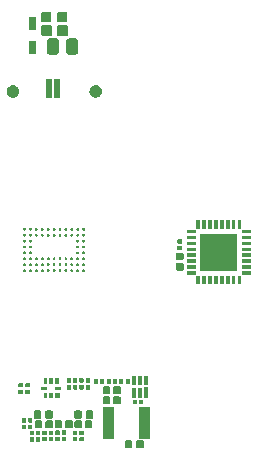
<source format=gbr>
G04 #@! TF.GenerationSoftware,KiCad,Pcbnew,(5.1.5)-3*
G04 #@! TF.CreationDate,2020-06-16T18:09:21-07:00*
G04 #@! TF.ProjectId,Miniscope-v4-Rigid-Flex,4d696e69-7363-46f7-9065-2d76342d5269,rev?*
G04 #@! TF.SameCoordinates,Original*
G04 #@! TF.FileFunction,Soldermask,Bot*
G04 #@! TF.FilePolarity,Negative*
%FSLAX46Y46*%
G04 Gerber Fmt 4.6, Leading zero omitted, Abs format (unit mm)*
G04 Created by KiCad (PCBNEW (5.1.5)-3) date 2020-06-16 18:09:21*
%MOMM*%
%LPD*%
G04 APERTURE LIST*
%ADD10C,0.100000*%
G04 APERTURE END LIST*
D10*
G36*
X111212450Y-129547831D02*
G01*
X111237688Y-129555487D01*
X111260955Y-129567923D01*
X111281344Y-129584656D01*
X111298077Y-129605045D01*
X111310513Y-129628312D01*
X111318169Y-129653550D01*
X111321000Y-129682291D01*
X111321000Y-130098509D01*
X111318169Y-130127250D01*
X111310513Y-130152488D01*
X111298077Y-130175755D01*
X111281344Y-130196144D01*
X111260955Y-130212877D01*
X111237688Y-130225313D01*
X111212450Y-130232969D01*
X111183709Y-130235800D01*
X110817491Y-130235800D01*
X110788750Y-130232969D01*
X110763512Y-130225313D01*
X110740245Y-130212877D01*
X110719856Y-130196144D01*
X110703123Y-130175755D01*
X110690687Y-130152488D01*
X110683031Y-130127250D01*
X110680200Y-130098509D01*
X110680200Y-129682291D01*
X110683031Y-129653550D01*
X110690687Y-129628312D01*
X110703123Y-129605045D01*
X110719856Y-129584656D01*
X110740245Y-129567923D01*
X110763512Y-129555487D01*
X110788750Y-129547831D01*
X110817491Y-129545000D01*
X111183709Y-129545000D01*
X111212450Y-129547831D01*
G37*
G36*
X110242450Y-129547831D02*
G01*
X110267688Y-129555487D01*
X110290955Y-129567923D01*
X110311344Y-129584656D01*
X110328077Y-129605045D01*
X110340513Y-129628312D01*
X110348169Y-129653550D01*
X110351000Y-129682291D01*
X110351000Y-130098509D01*
X110348169Y-130127250D01*
X110340513Y-130152488D01*
X110328077Y-130175755D01*
X110311344Y-130196144D01*
X110290955Y-130212877D01*
X110267688Y-130225313D01*
X110242450Y-130232969D01*
X110213709Y-130235800D01*
X109847491Y-130235800D01*
X109818750Y-130232969D01*
X109793512Y-130225313D01*
X109770245Y-130212877D01*
X109749856Y-130196144D01*
X109733123Y-130175755D01*
X109720687Y-130152488D01*
X109713031Y-130127250D01*
X109710200Y-130098509D01*
X109710200Y-129682291D01*
X109713031Y-129653550D01*
X109720687Y-129628312D01*
X109733123Y-129605045D01*
X109749856Y-129584656D01*
X109770245Y-129567923D01*
X109793512Y-129555487D01*
X109818750Y-129547831D01*
X109847491Y-129545000D01*
X110213709Y-129545000D01*
X110242450Y-129547831D01*
G37*
G36*
X101961392Y-129282085D02*
G01*
X101973503Y-129285759D01*
X101984663Y-129291724D01*
X101994447Y-129299753D01*
X102002476Y-129309537D01*
X102008441Y-129320697D01*
X102012115Y-129332808D01*
X102013600Y-129347891D01*
X102013600Y-129604109D01*
X102012115Y-129619192D01*
X102008441Y-129631303D01*
X102002476Y-129642463D01*
X101994447Y-129652247D01*
X101984663Y-129660276D01*
X101973503Y-129666241D01*
X101961392Y-129669915D01*
X101946309Y-129671400D01*
X101720091Y-129671400D01*
X101705008Y-129669915D01*
X101692897Y-129666241D01*
X101681737Y-129660276D01*
X101671953Y-129652247D01*
X101663924Y-129642463D01*
X101657959Y-129631303D01*
X101654285Y-129619192D01*
X101652800Y-129604109D01*
X101652800Y-129347891D01*
X101654285Y-129332808D01*
X101657959Y-129320697D01*
X101663924Y-129309537D01*
X101671953Y-129299753D01*
X101681737Y-129291724D01*
X101692897Y-129285759D01*
X101705008Y-129282085D01*
X101720091Y-129280600D01*
X101946309Y-129280600D01*
X101961392Y-129282085D01*
G37*
G36*
X102511392Y-129282085D02*
G01*
X102523503Y-129285759D01*
X102534663Y-129291724D01*
X102544447Y-129299753D01*
X102552476Y-129309537D01*
X102558441Y-129320697D01*
X102562115Y-129332808D01*
X102563600Y-129347891D01*
X102563600Y-129604109D01*
X102562115Y-129619192D01*
X102558441Y-129631303D01*
X102552476Y-129642463D01*
X102544447Y-129652247D01*
X102534663Y-129660276D01*
X102523503Y-129666241D01*
X102511392Y-129669915D01*
X102496309Y-129671400D01*
X102270091Y-129671400D01*
X102255008Y-129669915D01*
X102242897Y-129666241D01*
X102231737Y-129660276D01*
X102221953Y-129652247D01*
X102213924Y-129642463D01*
X102207959Y-129631303D01*
X102204285Y-129619192D01*
X102202800Y-129604109D01*
X102202800Y-129347891D01*
X102204285Y-129332808D01*
X102207959Y-129320697D01*
X102213924Y-129309537D01*
X102221953Y-129299753D01*
X102231737Y-129291724D01*
X102242897Y-129285759D01*
X102255008Y-129282085D01*
X102270091Y-129280600D01*
X102496309Y-129280600D01*
X102511392Y-129282085D01*
G37*
G36*
X106194392Y-129256685D02*
G01*
X106206503Y-129260359D01*
X106217663Y-129266324D01*
X106227447Y-129274353D01*
X106235476Y-129284137D01*
X106241441Y-129295297D01*
X106245115Y-129307408D01*
X106246600Y-129322491D01*
X106246600Y-129578709D01*
X106245115Y-129593792D01*
X106241441Y-129605903D01*
X106235476Y-129617063D01*
X106227447Y-129626847D01*
X106217663Y-129634876D01*
X106206503Y-129640841D01*
X106194392Y-129644515D01*
X106179309Y-129646000D01*
X105953091Y-129646000D01*
X105938008Y-129644515D01*
X105925897Y-129640841D01*
X105914737Y-129634876D01*
X105904953Y-129626847D01*
X105896924Y-129617063D01*
X105890959Y-129605903D01*
X105887285Y-129593792D01*
X105885800Y-129578709D01*
X105885800Y-129322491D01*
X105887285Y-129307408D01*
X105890959Y-129295297D01*
X105896924Y-129284137D01*
X105904953Y-129274353D01*
X105914737Y-129266324D01*
X105925897Y-129260359D01*
X105938008Y-129256685D01*
X105953091Y-129255200D01*
X106179309Y-129255200D01*
X106194392Y-129256685D01*
G37*
G36*
X105644392Y-129256685D02*
G01*
X105656503Y-129260359D01*
X105667663Y-129266324D01*
X105677447Y-129274353D01*
X105685476Y-129284137D01*
X105691441Y-129295297D01*
X105695115Y-129307408D01*
X105696600Y-129322491D01*
X105696600Y-129578709D01*
X105695115Y-129593792D01*
X105691441Y-129605903D01*
X105685476Y-129617063D01*
X105677447Y-129626847D01*
X105667663Y-129634876D01*
X105656503Y-129640841D01*
X105644392Y-129644515D01*
X105629309Y-129646000D01*
X105403091Y-129646000D01*
X105388008Y-129644515D01*
X105375897Y-129640841D01*
X105364737Y-129634876D01*
X105354953Y-129626847D01*
X105346924Y-129617063D01*
X105340959Y-129605903D01*
X105337285Y-129593792D01*
X105335800Y-129578709D01*
X105335800Y-129322491D01*
X105337285Y-129307408D01*
X105340959Y-129295297D01*
X105346924Y-129284137D01*
X105354953Y-129274353D01*
X105364737Y-129266324D01*
X105375897Y-129260359D01*
X105388008Y-129256685D01*
X105403091Y-129255200D01*
X105629309Y-129255200D01*
X105644392Y-129256685D01*
G37*
G36*
X103603592Y-129256685D02*
G01*
X103615703Y-129260359D01*
X103626863Y-129266324D01*
X103636647Y-129274353D01*
X103644676Y-129284137D01*
X103650641Y-129295297D01*
X103654315Y-129307408D01*
X103655800Y-129322491D01*
X103655800Y-129578709D01*
X103654315Y-129593792D01*
X103650641Y-129605903D01*
X103644676Y-129617063D01*
X103636647Y-129626847D01*
X103626863Y-129634876D01*
X103615703Y-129640841D01*
X103603592Y-129644515D01*
X103588509Y-129646000D01*
X103362291Y-129646000D01*
X103347208Y-129644515D01*
X103335097Y-129640841D01*
X103323937Y-129634876D01*
X103314153Y-129626847D01*
X103306124Y-129617063D01*
X103300159Y-129605903D01*
X103296485Y-129593792D01*
X103295000Y-129578709D01*
X103295000Y-129322491D01*
X103296485Y-129307408D01*
X103300159Y-129295297D01*
X103306124Y-129284137D01*
X103314153Y-129274353D01*
X103323937Y-129266324D01*
X103335097Y-129260359D01*
X103347208Y-129256685D01*
X103362291Y-129255200D01*
X103588509Y-129255200D01*
X103603592Y-129256685D01*
G37*
G36*
X103053592Y-129256685D02*
G01*
X103065703Y-129260359D01*
X103076863Y-129266324D01*
X103086647Y-129274353D01*
X103094676Y-129284137D01*
X103100641Y-129295297D01*
X103104315Y-129307408D01*
X103105800Y-129322491D01*
X103105800Y-129578709D01*
X103104315Y-129593792D01*
X103100641Y-129605903D01*
X103094676Y-129617063D01*
X103086647Y-129626847D01*
X103076863Y-129634876D01*
X103065703Y-129640841D01*
X103053592Y-129644515D01*
X103038509Y-129646000D01*
X102812291Y-129646000D01*
X102797208Y-129644515D01*
X102785097Y-129640841D01*
X102773937Y-129634876D01*
X102764153Y-129626847D01*
X102756124Y-129617063D01*
X102750159Y-129605903D01*
X102746485Y-129593792D01*
X102745000Y-129578709D01*
X102745000Y-129322491D01*
X102746485Y-129307408D01*
X102750159Y-129295297D01*
X102756124Y-129284137D01*
X102764153Y-129274353D01*
X102773937Y-129266324D01*
X102785097Y-129260359D01*
X102797208Y-129256685D01*
X102812291Y-129255200D01*
X103038509Y-129255200D01*
X103053592Y-129256685D01*
G37*
G36*
X104695792Y-129256685D02*
G01*
X104707903Y-129260359D01*
X104719063Y-129266324D01*
X104728847Y-129274353D01*
X104736876Y-129284137D01*
X104742841Y-129295297D01*
X104746515Y-129307408D01*
X104748000Y-129322491D01*
X104748000Y-129578709D01*
X104746515Y-129593792D01*
X104742841Y-129605903D01*
X104736876Y-129617063D01*
X104728847Y-129626847D01*
X104719063Y-129634876D01*
X104707903Y-129640841D01*
X104695792Y-129644515D01*
X104680709Y-129646000D01*
X104454491Y-129646000D01*
X104439408Y-129644515D01*
X104427297Y-129640841D01*
X104416137Y-129634876D01*
X104406353Y-129626847D01*
X104398324Y-129617063D01*
X104392359Y-129605903D01*
X104388685Y-129593792D01*
X104387200Y-129578709D01*
X104387200Y-129322491D01*
X104388685Y-129307408D01*
X104392359Y-129295297D01*
X104398324Y-129284137D01*
X104406353Y-129274353D01*
X104416137Y-129266324D01*
X104427297Y-129260359D01*
X104439408Y-129256685D01*
X104454491Y-129255200D01*
X104680709Y-129255200D01*
X104695792Y-129256685D01*
G37*
G36*
X104145792Y-129256685D02*
G01*
X104157903Y-129260359D01*
X104169063Y-129266324D01*
X104178847Y-129274353D01*
X104186876Y-129284137D01*
X104192841Y-129295297D01*
X104196515Y-129307408D01*
X104198000Y-129322491D01*
X104198000Y-129578709D01*
X104196515Y-129593792D01*
X104192841Y-129605903D01*
X104186876Y-129617063D01*
X104178847Y-129626847D01*
X104169063Y-129634876D01*
X104157903Y-129640841D01*
X104145792Y-129644515D01*
X104130709Y-129646000D01*
X103904491Y-129646000D01*
X103889408Y-129644515D01*
X103877297Y-129640841D01*
X103866137Y-129634876D01*
X103856353Y-129626847D01*
X103848324Y-129617063D01*
X103842359Y-129605903D01*
X103838685Y-129593792D01*
X103837200Y-129578709D01*
X103837200Y-129322491D01*
X103838685Y-129307408D01*
X103842359Y-129295297D01*
X103848324Y-129284137D01*
X103856353Y-129274353D01*
X103866137Y-129266324D01*
X103877297Y-129260359D01*
X103889408Y-129256685D01*
X103904491Y-129255200D01*
X104130709Y-129255200D01*
X104145792Y-129256685D01*
G37*
G36*
X108790600Y-129397000D02*
G01*
X107869800Y-129397000D01*
X107869800Y-126726200D01*
X108790600Y-126726200D01*
X108790600Y-129397000D01*
G37*
G36*
X111840600Y-129397000D02*
G01*
X110919800Y-129397000D01*
X110919800Y-126726200D01*
X111840600Y-126726200D01*
X111840600Y-129397000D01*
G37*
G36*
X103603592Y-128723285D02*
G01*
X103615703Y-128726959D01*
X103626863Y-128732924D01*
X103636647Y-128740953D01*
X103644676Y-128750737D01*
X103650641Y-128761897D01*
X103654315Y-128774008D01*
X103655800Y-128789091D01*
X103655800Y-129045309D01*
X103654315Y-129060392D01*
X103650641Y-129072503D01*
X103644676Y-129083663D01*
X103636647Y-129093447D01*
X103626863Y-129101476D01*
X103615703Y-129107441D01*
X103603592Y-129111115D01*
X103588509Y-129112600D01*
X103362291Y-129112600D01*
X103347208Y-129111115D01*
X103335097Y-129107441D01*
X103323937Y-129101476D01*
X103314153Y-129093447D01*
X103306124Y-129083663D01*
X103300159Y-129072503D01*
X103296485Y-129060392D01*
X103295000Y-129045309D01*
X103295000Y-128789091D01*
X103296485Y-128774008D01*
X103300159Y-128761897D01*
X103306124Y-128750737D01*
X103314153Y-128740953D01*
X103323937Y-128732924D01*
X103335097Y-128726959D01*
X103347208Y-128723285D01*
X103362291Y-128721800D01*
X103588509Y-128721800D01*
X103603592Y-128723285D01*
G37*
G36*
X103053592Y-128723285D02*
G01*
X103065703Y-128726959D01*
X103076863Y-128732924D01*
X103086647Y-128740953D01*
X103094676Y-128750737D01*
X103100641Y-128761897D01*
X103104315Y-128774008D01*
X103105800Y-128789091D01*
X103105800Y-129045309D01*
X103104315Y-129060392D01*
X103100641Y-129072503D01*
X103094676Y-129083663D01*
X103086647Y-129093447D01*
X103076863Y-129101476D01*
X103065703Y-129107441D01*
X103053592Y-129111115D01*
X103038509Y-129112600D01*
X102812291Y-129112600D01*
X102797208Y-129111115D01*
X102785097Y-129107441D01*
X102773937Y-129101476D01*
X102764153Y-129093447D01*
X102756124Y-129083663D01*
X102750159Y-129072503D01*
X102746485Y-129060392D01*
X102745000Y-129045309D01*
X102745000Y-128789091D01*
X102746485Y-128774008D01*
X102750159Y-128761897D01*
X102756124Y-128750737D01*
X102764153Y-128740953D01*
X102773937Y-128732924D01*
X102785097Y-128726959D01*
X102797208Y-128723285D01*
X102812291Y-128721800D01*
X103038509Y-128721800D01*
X103053592Y-128723285D01*
G37*
G36*
X105644392Y-128723285D02*
G01*
X105656503Y-128726959D01*
X105667663Y-128732924D01*
X105677447Y-128740953D01*
X105685476Y-128750737D01*
X105691441Y-128761897D01*
X105695115Y-128774008D01*
X105696600Y-128789091D01*
X105696600Y-129045309D01*
X105695115Y-129060392D01*
X105691441Y-129072503D01*
X105685476Y-129083663D01*
X105677447Y-129093447D01*
X105667663Y-129101476D01*
X105656503Y-129107441D01*
X105644392Y-129111115D01*
X105629309Y-129112600D01*
X105403091Y-129112600D01*
X105388008Y-129111115D01*
X105375897Y-129107441D01*
X105364737Y-129101476D01*
X105354953Y-129093447D01*
X105346924Y-129083663D01*
X105340959Y-129072503D01*
X105337285Y-129060392D01*
X105335800Y-129045309D01*
X105335800Y-128789091D01*
X105337285Y-128774008D01*
X105340959Y-128761897D01*
X105346924Y-128750737D01*
X105354953Y-128740953D01*
X105364737Y-128732924D01*
X105375897Y-128726959D01*
X105388008Y-128723285D01*
X105403091Y-128721800D01*
X105629309Y-128721800D01*
X105644392Y-128723285D01*
G37*
G36*
X101961392Y-128723285D02*
G01*
X101973503Y-128726959D01*
X101984663Y-128732924D01*
X101994447Y-128740953D01*
X102002476Y-128750737D01*
X102008441Y-128761897D01*
X102012115Y-128774008D01*
X102013600Y-128789091D01*
X102013600Y-129045309D01*
X102012115Y-129060392D01*
X102008441Y-129072503D01*
X102002476Y-129083663D01*
X101994447Y-129093447D01*
X101984663Y-129101476D01*
X101973503Y-129107441D01*
X101961392Y-129111115D01*
X101946309Y-129112600D01*
X101720091Y-129112600D01*
X101705008Y-129111115D01*
X101692897Y-129107441D01*
X101681737Y-129101476D01*
X101671953Y-129093447D01*
X101663924Y-129083663D01*
X101657959Y-129072503D01*
X101654285Y-129060392D01*
X101652800Y-129045309D01*
X101652800Y-128789091D01*
X101654285Y-128774008D01*
X101657959Y-128761897D01*
X101663924Y-128750737D01*
X101671953Y-128740953D01*
X101681737Y-128732924D01*
X101692897Y-128726959D01*
X101705008Y-128723285D01*
X101720091Y-128721800D01*
X101946309Y-128721800D01*
X101961392Y-128723285D01*
G37*
G36*
X102511392Y-128723285D02*
G01*
X102523503Y-128726959D01*
X102534663Y-128732924D01*
X102544447Y-128740953D01*
X102552476Y-128750737D01*
X102558441Y-128761897D01*
X102562115Y-128774008D01*
X102563600Y-128789091D01*
X102563600Y-129045309D01*
X102562115Y-129060392D01*
X102558441Y-129072503D01*
X102552476Y-129083663D01*
X102544447Y-129093447D01*
X102534663Y-129101476D01*
X102523503Y-129107441D01*
X102511392Y-129111115D01*
X102496309Y-129112600D01*
X102270091Y-129112600D01*
X102255008Y-129111115D01*
X102242897Y-129107441D01*
X102231737Y-129101476D01*
X102221953Y-129093447D01*
X102213924Y-129083663D01*
X102207959Y-129072503D01*
X102204285Y-129060392D01*
X102202800Y-129045309D01*
X102202800Y-128789091D01*
X102204285Y-128774008D01*
X102207959Y-128761897D01*
X102213924Y-128750737D01*
X102221953Y-128740953D01*
X102231737Y-128732924D01*
X102242897Y-128726959D01*
X102255008Y-128723285D01*
X102270091Y-128721800D01*
X102496309Y-128721800D01*
X102511392Y-128723285D01*
G37*
G36*
X106194392Y-128723285D02*
G01*
X106206503Y-128726959D01*
X106217663Y-128732924D01*
X106227447Y-128740953D01*
X106235476Y-128750737D01*
X106241441Y-128761897D01*
X106245115Y-128774008D01*
X106246600Y-128789091D01*
X106246600Y-129045309D01*
X106245115Y-129060392D01*
X106241441Y-129072503D01*
X106235476Y-129083663D01*
X106227447Y-129093447D01*
X106217663Y-129101476D01*
X106206503Y-129107441D01*
X106194392Y-129111115D01*
X106179309Y-129112600D01*
X105953091Y-129112600D01*
X105938008Y-129111115D01*
X105925897Y-129107441D01*
X105914737Y-129101476D01*
X105904953Y-129093447D01*
X105896924Y-129083663D01*
X105890959Y-129072503D01*
X105887285Y-129060392D01*
X105885800Y-129045309D01*
X105885800Y-128789091D01*
X105887285Y-128774008D01*
X105890959Y-128761897D01*
X105896924Y-128750737D01*
X105904953Y-128740953D01*
X105914737Y-128732924D01*
X105925897Y-128726959D01*
X105938008Y-128723285D01*
X105953091Y-128721800D01*
X106179309Y-128721800D01*
X106194392Y-128723285D01*
G37*
G36*
X104695792Y-128697885D02*
G01*
X104707903Y-128701559D01*
X104719063Y-128707524D01*
X104728847Y-128715553D01*
X104736876Y-128725337D01*
X104742841Y-128736497D01*
X104746515Y-128748608D01*
X104748000Y-128763691D01*
X104748000Y-129019909D01*
X104746515Y-129034992D01*
X104742841Y-129047103D01*
X104736876Y-129058263D01*
X104728847Y-129068047D01*
X104719063Y-129076076D01*
X104707903Y-129082041D01*
X104695792Y-129085715D01*
X104680709Y-129087200D01*
X104454491Y-129087200D01*
X104439408Y-129085715D01*
X104427297Y-129082041D01*
X104416137Y-129076076D01*
X104406353Y-129068047D01*
X104398324Y-129058263D01*
X104392359Y-129047103D01*
X104388685Y-129034992D01*
X104387200Y-129019909D01*
X104387200Y-128763691D01*
X104388685Y-128748608D01*
X104392359Y-128736497D01*
X104398324Y-128725337D01*
X104406353Y-128715553D01*
X104416137Y-128707524D01*
X104427297Y-128701559D01*
X104439408Y-128697885D01*
X104454491Y-128696400D01*
X104680709Y-128696400D01*
X104695792Y-128697885D01*
G37*
G36*
X104145792Y-128697885D02*
G01*
X104157903Y-128701559D01*
X104169063Y-128707524D01*
X104178847Y-128715553D01*
X104186876Y-128725337D01*
X104192841Y-128736497D01*
X104196515Y-128748608D01*
X104198000Y-128763691D01*
X104198000Y-129019909D01*
X104196515Y-129034992D01*
X104192841Y-129047103D01*
X104186876Y-129058263D01*
X104178847Y-129068047D01*
X104169063Y-129076076D01*
X104157903Y-129082041D01*
X104145792Y-129085715D01*
X104130709Y-129087200D01*
X103904491Y-129087200D01*
X103889408Y-129085715D01*
X103877297Y-129082041D01*
X103866137Y-129076076D01*
X103856353Y-129068047D01*
X103848324Y-129058263D01*
X103842359Y-129047103D01*
X103838685Y-129034992D01*
X103837200Y-129019909D01*
X103837200Y-128763691D01*
X103838685Y-128748608D01*
X103842359Y-128736497D01*
X103848324Y-128725337D01*
X103856353Y-128715553D01*
X103866137Y-128707524D01*
X103877297Y-128701559D01*
X103889408Y-128697885D01*
X103904491Y-128696400D01*
X104130709Y-128696400D01*
X104145792Y-128697885D01*
G37*
G36*
X101300992Y-128215285D02*
G01*
X101313103Y-128218959D01*
X101324263Y-128224924D01*
X101334047Y-128232953D01*
X101342076Y-128242737D01*
X101348041Y-128253897D01*
X101351715Y-128266008D01*
X101353200Y-128281091D01*
X101353200Y-128537309D01*
X101351715Y-128552392D01*
X101348041Y-128564503D01*
X101342076Y-128575663D01*
X101334047Y-128585447D01*
X101324263Y-128593476D01*
X101313103Y-128599441D01*
X101300992Y-128603115D01*
X101285909Y-128604600D01*
X101059691Y-128604600D01*
X101044608Y-128603115D01*
X101032497Y-128599441D01*
X101021337Y-128593476D01*
X101011553Y-128585447D01*
X101003524Y-128575663D01*
X100997559Y-128564503D01*
X100993885Y-128552392D01*
X100992400Y-128537309D01*
X100992400Y-128281091D01*
X100993885Y-128266008D01*
X100997559Y-128253897D01*
X101003524Y-128242737D01*
X101011553Y-128232953D01*
X101021337Y-128224924D01*
X101032497Y-128218959D01*
X101044608Y-128215285D01*
X101059691Y-128213800D01*
X101285909Y-128213800D01*
X101300992Y-128215285D01*
G37*
G36*
X101850992Y-128215285D02*
G01*
X101863103Y-128218959D01*
X101874263Y-128224924D01*
X101884047Y-128232953D01*
X101892076Y-128242737D01*
X101898041Y-128253897D01*
X101901715Y-128266008D01*
X101903200Y-128281091D01*
X101903200Y-128537309D01*
X101901715Y-128552392D01*
X101898041Y-128564503D01*
X101892076Y-128575663D01*
X101884047Y-128585447D01*
X101874263Y-128593476D01*
X101863103Y-128599441D01*
X101850992Y-128603115D01*
X101835909Y-128604600D01*
X101609691Y-128604600D01*
X101594608Y-128603115D01*
X101582497Y-128599441D01*
X101571337Y-128593476D01*
X101561553Y-128585447D01*
X101553524Y-128575663D01*
X101547559Y-128564503D01*
X101543885Y-128552392D01*
X101542400Y-128537309D01*
X101542400Y-128281091D01*
X101543885Y-128266008D01*
X101547559Y-128253897D01*
X101553524Y-128242737D01*
X101561553Y-128232953D01*
X101571337Y-128224924D01*
X101582497Y-128218959D01*
X101594608Y-128215285D01*
X101609691Y-128213800D01*
X101835909Y-128213800D01*
X101850992Y-128215285D01*
G37*
G36*
X106876862Y-127868383D02*
G01*
X106901631Y-127875896D01*
X106924469Y-127888104D01*
X106944477Y-127904523D01*
X106960896Y-127924531D01*
X106973104Y-127947369D01*
X106980617Y-127972138D01*
X106983400Y-128000391D01*
X106983400Y-128411609D01*
X106980617Y-128439862D01*
X106973104Y-128464631D01*
X106960896Y-128487469D01*
X106944477Y-128507477D01*
X106924469Y-128523896D01*
X106901631Y-128536104D01*
X106876862Y-128543617D01*
X106848609Y-128546400D01*
X106487391Y-128546400D01*
X106459138Y-128543617D01*
X106434369Y-128536104D01*
X106411531Y-128523896D01*
X106391523Y-128507477D01*
X106375104Y-128487469D01*
X106362896Y-128464631D01*
X106355383Y-128439862D01*
X106352600Y-128411609D01*
X106352600Y-128000391D01*
X106355383Y-127972138D01*
X106362896Y-127947369D01*
X106375104Y-127924531D01*
X106391523Y-127904523D01*
X106411531Y-127888104D01*
X106434369Y-127875896D01*
X106459138Y-127868383D01*
X106487391Y-127865600D01*
X106848609Y-127865600D01*
X106876862Y-127868383D01*
G37*
G36*
X105986862Y-127868383D02*
G01*
X106011631Y-127875896D01*
X106034469Y-127888104D01*
X106054477Y-127904523D01*
X106070896Y-127924531D01*
X106083104Y-127947369D01*
X106090617Y-127972138D01*
X106093400Y-128000391D01*
X106093400Y-128411609D01*
X106090617Y-128439862D01*
X106083104Y-128464631D01*
X106070896Y-128487469D01*
X106054477Y-128507477D01*
X106034469Y-128523896D01*
X106011631Y-128536104D01*
X105986862Y-128543617D01*
X105958609Y-128546400D01*
X105597391Y-128546400D01*
X105569138Y-128543617D01*
X105544369Y-128536104D01*
X105521531Y-128523896D01*
X105501523Y-128507477D01*
X105485104Y-128487469D01*
X105472896Y-128464631D01*
X105465383Y-128439862D01*
X105462600Y-128411609D01*
X105462600Y-128000391D01*
X105465383Y-127972138D01*
X105472896Y-127947369D01*
X105485104Y-127924531D01*
X105501523Y-127904523D01*
X105521531Y-127888104D01*
X105544369Y-127875896D01*
X105569138Y-127868383D01*
X105597391Y-127865600D01*
X105958609Y-127865600D01*
X105986862Y-127868383D01*
G37*
G36*
X103524062Y-127868383D02*
G01*
X103548831Y-127875896D01*
X103571669Y-127888104D01*
X103591677Y-127904523D01*
X103608096Y-127924531D01*
X103620304Y-127947369D01*
X103627817Y-127972138D01*
X103630600Y-128000391D01*
X103630600Y-128411609D01*
X103627817Y-128439862D01*
X103620304Y-128464631D01*
X103608096Y-128487469D01*
X103591677Y-128507477D01*
X103571669Y-128523896D01*
X103548831Y-128536104D01*
X103524062Y-128543617D01*
X103495809Y-128546400D01*
X103134591Y-128546400D01*
X103106338Y-128543617D01*
X103081569Y-128536104D01*
X103058731Y-128523896D01*
X103038723Y-128507477D01*
X103022304Y-128487469D01*
X103010096Y-128464631D01*
X103002583Y-128439862D01*
X102999800Y-128411609D01*
X102999800Y-128000391D01*
X103002583Y-127972138D01*
X103010096Y-127947369D01*
X103022304Y-127924531D01*
X103038723Y-127904523D01*
X103058731Y-127888104D01*
X103081569Y-127875896D01*
X103106338Y-127868383D01*
X103134591Y-127865600D01*
X103495809Y-127865600D01*
X103524062Y-127868383D01*
G37*
G36*
X102634062Y-127868383D02*
G01*
X102658831Y-127875896D01*
X102681669Y-127888104D01*
X102701677Y-127904523D01*
X102718096Y-127924531D01*
X102730304Y-127947369D01*
X102737817Y-127972138D01*
X102740600Y-128000391D01*
X102740600Y-128411609D01*
X102737817Y-128439862D01*
X102730304Y-128464631D01*
X102718096Y-128487469D01*
X102701677Y-128507477D01*
X102681669Y-128523896D01*
X102658831Y-128536104D01*
X102634062Y-128543617D01*
X102605809Y-128546400D01*
X102244591Y-128546400D01*
X102216338Y-128543617D01*
X102191569Y-128536104D01*
X102168731Y-128523896D01*
X102148723Y-128507477D01*
X102132304Y-128487469D01*
X102120096Y-128464631D01*
X102112583Y-128439862D01*
X102109800Y-128411609D01*
X102109800Y-128000391D01*
X102112583Y-127972138D01*
X102120096Y-127947369D01*
X102132304Y-127924531D01*
X102148723Y-127904523D01*
X102168731Y-127888104D01*
X102191569Y-127875896D01*
X102216338Y-127868383D01*
X102244591Y-127865600D01*
X102605809Y-127865600D01*
X102634062Y-127868383D01*
G37*
G36*
X105200462Y-127842983D02*
G01*
X105225231Y-127850496D01*
X105248069Y-127862704D01*
X105268077Y-127879123D01*
X105284496Y-127899131D01*
X105296704Y-127921969D01*
X105304217Y-127946738D01*
X105307000Y-127974991D01*
X105307000Y-128386209D01*
X105304217Y-128414462D01*
X105296704Y-128439231D01*
X105284496Y-128462069D01*
X105268077Y-128482077D01*
X105248069Y-128498496D01*
X105225231Y-128510704D01*
X105200462Y-128518217D01*
X105172209Y-128521000D01*
X104810991Y-128521000D01*
X104782738Y-128518217D01*
X104757969Y-128510704D01*
X104735131Y-128498496D01*
X104715123Y-128482077D01*
X104698704Y-128462069D01*
X104686496Y-128439231D01*
X104678983Y-128414462D01*
X104676200Y-128386209D01*
X104676200Y-127974991D01*
X104678983Y-127946738D01*
X104686496Y-127921969D01*
X104698704Y-127899131D01*
X104715123Y-127879123D01*
X104735131Y-127862704D01*
X104757969Y-127850496D01*
X104782738Y-127842983D01*
X104810991Y-127840200D01*
X105172209Y-127840200D01*
X105200462Y-127842983D01*
G37*
G36*
X104310462Y-127842983D02*
G01*
X104335231Y-127850496D01*
X104358069Y-127862704D01*
X104378077Y-127879123D01*
X104394496Y-127899131D01*
X104406704Y-127921969D01*
X104414217Y-127946738D01*
X104417000Y-127974991D01*
X104417000Y-128386209D01*
X104414217Y-128414462D01*
X104406704Y-128439231D01*
X104394496Y-128462069D01*
X104378077Y-128482077D01*
X104358069Y-128498496D01*
X104335231Y-128510704D01*
X104310462Y-128518217D01*
X104282209Y-128521000D01*
X103920991Y-128521000D01*
X103892738Y-128518217D01*
X103867969Y-128510704D01*
X103845131Y-128498496D01*
X103825123Y-128482077D01*
X103808704Y-128462069D01*
X103796496Y-128439231D01*
X103788983Y-128414462D01*
X103786200Y-128386209D01*
X103786200Y-127974991D01*
X103788983Y-127946738D01*
X103796496Y-127921969D01*
X103808704Y-127899131D01*
X103825123Y-127879123D01*
X103845131Y-127862704D01*
X103867969Y-127850496D01*
X103892738Y-127842983D01*
X103920991Y-127840200D01*
X104282209Y-127840200D01*
X104310462Y-127842983D01*
G37*
G36*
X101300992Y-127656485D02*
G01*
X101313103Y-127660159D01*
X101324263Y-127666124D01*
X101334047Y-127674153D01*
X101342076Y-127683937D01*
X101348041Y-127695097D01*
X101351715Y-127707208D01*
X101353200Y-127722291D01*
X101353200Y-127978509D01*
X101351715Y-127993592D01*
X101348041Y-128005703D01*
X101342076Y-128016863D01*
X101334047Y-128026647D01*
X101324263Y-128034676D01*
X101313103Y-128040641D01*
X101300992Y-128044315D01*
X101285909Y-128045800D01*
X101059691Y-128045800D01*
X101044608Y-128044315D01*
X101032497Y-128040641D01*
X101021337Y-128034676D01*
X101011553Y-128026647D01*
X101003524Y-128016863D01*
X100997559Y-128005703D01*
X100993885Y-127993592D01*
X100992400Y-127978509D01*
X100992400Y-127722291D01*
X100993885Y-127707208D01*
X100997559Y-127695097D01*
X101003524Y-127683937D01*
X101011553Y-127674153D01*
X101021337Y-127666124D01*
X101032497Y-127660159D01*
X101044608Y-127656485D01*
X101059691Y-127655000D01*
X101285909Y-127655000D01*
X101300992Y-127656485D01*
G37*
G36*
X101850992Y-127656485D02*
G01*
X101863103Y-127660159D01*
X101874263Y-127666124D01*
X101884047Y-127674153D01*
X101892076Y-127683937D01*
X101898041Y-127695097D01*
X101901715Y-127707208D01*
X101903200Y-127722291D01*
X101903200Y-127978509D01*
X101901715Y-127993592D01*
X101898041Y-128005703D01*
X101892076Y-128016863D01*
X101884047Y-128026647D01*
X101874263Y-128034676D01*
X101863103Y-128040641D01*
X101850992Y-128044315D01*
X101835909Y-128045800D01*
X101609691Y-128045800D01*
X101594608Y-128044315D01*
X101582497Y-128040641D01*
X101571337Y-128034676D01*
X101561553Y-128026647D01*
X101553524Y-128016863D01*
X101547559Y-128005703D01*
X101543885Y-127993592D01*
X101542400Y-127978509D01*
X101542400Y-127722291D01*
X101543885Y-127707208D01*
X101547559Y-127695097D01*
X101553524Y-127683937D01*
X101561553Y-127674153D01*
X101571337Y-127666124D01*
X101582497Y-127660159D01*
X101594608Y-127656485D01*
X101609691Y-127655000D01*
X101835909Y-127655000D01*
X101850992Y-127656485D01*
G37*
G36*
X106945250Y-127025231D02*
G01*
X106970488Y-127032887D01*
X106993755Y-127045323D01*
X107014144Y-127062056D01*
X107030877Y-127082445D01*
X107043313Y-127105712D01*
X107050969Y-127130950D01*
X107053800Y-127159691D01*
X107053800Y-127575909D01*
X107050969Y-127604650D01*
X107043313Y-127629888D01*
X107030877Y-127653155D01*
X107014144Y-127673544D01*
X106993755Y-127690277D01*
X106970488Y-127702713D01*
X106945250Y-127710369D01*
X106916509Y-127713200D01*
X106550291Y-127713200D01*
X106521550Y-127710369D01*
X106496312Y-127702713D01*
X106473045Y-127690277D01*
X106452656Y-127673544D01*
X106435923Y-127653155D01*
X106423487Y-127629888D01*
X106415831Y-127604650D01*
X106413000Y-127575909D01*
X106413000Y-127159691D01*
X106415831Y-127130950D01*
X106423487Y-127105712D01*
X106435923Y-127082445D01*
X106452656Y-127062056D01*
X106473045Y-127045323D01*
X106496312Y-127032887D01*
X106521550Y-127025231D01*
X106550291Y-127022400D01*
X106916509Y-127022400D01*
X106945250Y-127025231D01*
G37*
G36*
X105975250Y-127025231D02*
G01*
X106000488Y-127032887D01*
X106023755Y-127045323D01*
X106044144Y-127062056D01*
X106060877Y-127082445D01*
X106073313Y-127105712D01*
X106080969Y-127130950D01*
X106083800Y-127159691D01*
X106083800Y-127575909D01*
X106080969Y-127604650D01*
X106073313Y-127629888D01*
X106060877Y-127653155D01*
X106044144Y-127673544D01*
X106023755Y-127690277D01*
X106000488Y-127702713D01*
X105975250Y-127710369D01*
X105946509Y-127713200D01*
X105580291Y-127713200D01*
X105551550Y-127710369D01*
X105526312Y-127702713D01*
X105503045Y-127690277D01*
X105482656Y-127673544D01*
X105465923Y-127653155D01*
X105453487Y-127629888D01*
X105445831Y-127604650D01*
X105443000Y-127575909D01*
X105443000Y-127159691D01*
X105445831Y-127130950D01*
X105453487Y-127105712D01*
X105465923Y-127082445D01*
X105482656Y-127062056D01*
X105503045Y-127045323D01*
X105526312Y-127032887D01*
X105551550Y-127025231D01*
X105580291Y-127022400D01*
X105946509Y-127022400D01*
X105975250Y-127025231D01*
G37*
G36*
X103516250Y-127025231D02*
G01*
X103541488Y-127032887D01*
X103564755Y-127045323D01*
X103585144Y-127062056D01*
X103601877Y-127082445D01*
X103614313Y-127105712D01*
X103621969Y-127130950D01*
X103624800Y-127159691D01*
X103624800Y-127575909D01*
X103621969Y-127604650D01*
X103614313Y-127629888D01*
X103601877Y-127653155D01*
X103585144Y-127673544D01*
X103564755Y-127690277D01*
X103541488Y-127702713D01*
X103516250Y-127710369D01*
X103487509Y-127713200D01*
X103121291Y-127713200D01*
X103092550Y-127710369D01*
X103067312Y-127702713D01*
X103044045Y-127690277D01*
X103023656Y-127673544D01*
X103006923Y-127653155D01*
X102994487Y-127629888D01*
X102986831Y-127604650D01*
X102984000Y-127575909D01*
X102984000Y-127159691D01*
X102986831Y-127130950D01*
X102994487Y-127105712D01*
X103006923Y-127082445D01*
X103023656Y-127062056D01*
X103044045Y-127045323D01*
X103067312Y-127032887D01*
X103092550Y-127025231D01*
X103121291Y-127022400D01*
X103487509Y-127022400D01*
X103516250Y-127025231D01*
G37*
G36*
X102546250Y-127025231D02*
G01*
X102571488Y-127032887D01*
X102594755Y-127045323D01*
X102615144Y-127062056D01*
X102631877Y-127082445D01*
X102644313Y-127105712D01*
X102651969Y-127130950D01*
X102654800Y-127159691D01*
X102654800Y-127575909D01*
X102651969Y-127604650D01*
X102644313Y-127629888D01*
X102631877Y-127653155D01*
X102615144Y-127673544D01*
X102594755Y-127690277D01*
X102571488Y-127702713D01*
X102546250Y-127710369D01*
X102517509Y-127713200D01*
X102151291Y-127713200D01*
X102122550Y-127710369D01*
X102097312Y-127702713D01*
X102074045Y-127690277D01*
X102053656Y-127673544D01*
X102036923Y-127653155D01*
X102024487Y-127629888D01*
X102016831Y-127604650D01*
X102014000Y-127575909D01*
X102014000Y-127159691D01*
X102016831Y-127130950D01*
X102024487Y-127105712D01*
X102036923Y-127082445D01*
X102053656Y-127062056D01*
X102074045Y-127045323D01*
X102097312Y-127032887D01*
X102122550Y-127025231D01*
X102151291Y-127022400D01*
X102517509Y-127022400D01*
X102546250Y-127025231D01*
G37*
G36*
X108374462Y-125836383D02*
G01*
X108399231Y-125843896D01*
X108422069Y-125856104D01*
X108442077Y-125872523D01*
X108458496Y-125892531D01*
X108470704Y-125915369D01*
X108478217Y-125940138D01*
X108481000Y-125968391D01*
X108481000Y-126379609D01*
X108478217Y-126407862D01*
X108470704Y-126432631D01*
X108458496Y-126455469D01*
X108442077Y-126475477D01*
X108422069Y-126491896D01*
X108399231Y-126504104D01*
X108374462Y-126511617D01*
X108346209Y-126514400D01*
X107984991Y-126514400D01*
X107956738Y-126511617D01*
X107931969Y-126504104D01*
X107909131Y-126491896D01*
X107889123Y-126475477D01*
X107872704Y-126455469D01*
X107860496Y-126432631D01*
X107852983Y-126407862D01*
X107850200Y-126379609D01*
X107850200Y-125968391D01*
X107852983Y-125940138D01*
X107860496Y-125915369D01*
X107872704Y-125892531D01*
X107889123Y-125872523D01*
X107909131Y-125856104D01*
X107931969Y-125843896D01*
X107956738Y-125836383D01*
X107984991Y-125833600D01*
X108346209Y-125833600D01*
X108374462Y-125836383D01*
G37*
G36*
X109264462Y-125836383D02*
G01*
X109289231Y-125843896D01*
X109312069Y-125856104D01*
X109332077Y-125872523D01*
X109348496Y-125892531D01*
X109360704Y-125915369D01*
X109368217Y-125940138D01*
X109371000Y-125968391D01*
X109371000Y-126379609D01*
X109368217Y-126407862D01*
X109360704Y-126432631D01*
X109348496Y-126455469D01*
X109332077Y-126475477D01*
X109312069Y-126491896D01*
X109289231Y-126504104D01*
X109264462Y-126511617D01*
X109236209Y-126514400D01*
X108874991Y-126514400D01*
X108846738Y-126511617D01*
X108821969Y-126504104D01*
X108799131Y-126491896D01*
X108779123Y-126475477D01*
X108762704Y-126455469D01*
X108750496Y-126432631D01*
X108742983Y-126407862D01*
X108740200Y-126379609D01*
X108740200Y-125968391D01*
X108742983Y-125940138D01*
X108750496Y-125915369D01*
X108762704Y-125892531D01*
X108779123Y-125872523D01*
X108799131Y-125856104D01*
X108821969Y-125843896D01*
X108846738Y-125836383D01*
X108874991Y-125833600D01*
X109236209Y-125833600D01*
X109264462Y-125836383D01*
G37*
G36*
X111244992Y-126115085D02*
G01*
X111257103Y-126118759D01*
X111268263Y-126124724D01*
X111278047Y-126132753D01*
X111286076Y-126142537D01*
X111292041Y-126153697D01*
X111295715Y-126165808D01*
X111297200Y-126180891D01*
X111297200Y-126437109D01*
X111295715Y-126452192D01*
X111292041Y-126464303D01*
X111286076Y-126475463D01*
X111278047Y-126485247D01*
X111268263Y-126493276D01*
X111257103Y-126499241D01*
X111244992Y-126502915D01*
X111229909Y-126504400D01*
X111003691Y-126504400D01*
X110988608Y-126502915D01*
X110976497Y-126499241D01*
X110965337Y-126493276D01*
X110955553Y-126485247D01*
X110947524Y-126475463D01*
X110941559Y-126464303D01*
X110937885Y-126452192D01*
X110936400Y-126437109D01*
X110936400Y-126180891D01*
X110937885Y-126165808D01*
X110941559Y-126153697D01*
X110947524Y-126142537D01*
X110955553Y-126132753D01*
X110965337Y-126124724D01*
X110976497Y-126118759D01*
X110988608Y-126115085D01*
X111003691Y-126113600D01*
X111229909Y-126113600D01*
X111244992Y-126115085D01*
G37*
G36*
X110694992Y-126115085D02*
G01*
X110707103Y-126118759D01*
X110718263Y-126124724D01*
X110728047Y-126132753D01*
X110736076Y-126142537D01*
X110742041Y-126153697D01*
X110745715Y-126165808D01*
X110747200Y-126180891D01*
X110747200Y-126437109D01*
X110745715Y-126452192D01*
X110742041Y-126464303D01*
X110736076Y-126475463D01*
X110728047Y-126485247D01*
X110718263Y-126493276D01*
X110707103Y-126499241D01*
X110694992Y-126502915D01*
X110679909Y-126504400D01*
X110453691Y-126504400D01*
X110438608Y-126502915D01*
X110426497Y-126499241D01*
X110415337Y-126493276D01*
X110405553Y-126485247D01*
X110397524Y-126475463D01*
X110391559Y-126464303D01*
X110387885Y-126452192D01*
X110386400Y-126437109D01*
X110386400Y-126180891D01*
X110387885Y-126165808D01*
X110391559Y-126153697D01*
X110397524Y-126142537D01*
X110405553Y-126132753D01*
X110415337Y-126124724D01*
X110426497Y-126118759D01*
X110438608Y-126115085D01*
X110453691Y-126113600D01*
X110679909Y-126113600D01*
X110694992Y-126115085D01*
G37*
G36*
X104211200Y-125956400D02*
G01*
X103840400Y-125956400D01*
X103840400Y-125505600D01*
X104211200Y-125505600D01*
X104211200Y-125956400D01*
G37*
G36*
X103611200Y-125956400D02*
G01*
X103340400Y-125956400D01*
X103340400Y-125505600D01*
X103611200Y-125505600D01*
X103611200Y-125956400D01*
G37*
G36*
X103111200Y-125956400D02*
G01*
X102840400Y-125956400D01*
X102840400Y-125505600D01*
X103111200Y-125505600D01*
X103111200Y-125956400D01*
G37*
G36*
X110684000Y-125931000D02*
G01*
X110363200Y-125931000D01*
X110363200Y-125140200D01*
X110684000Y-125140200D01*
X110684000Y-125931000D01*
G37*
G36*
X111684000Y-125931000D02*
G01*
X111363200Y-125931000D01*
X111363200Y-125060200D01*
X111684000Y-125060200D01*
X111684000Y-125931000D01*
G37*
G36*
X111184000Y-125931000D02*
G01*
X110863200Y-125931000D01*
X110863200Y-125140200D01*
X111184000Y-125140200D01*
X111184000Y-125931000D01*
G37*
G36*
X109264462Y-124972783D02*
G01*
X109289231Y-124980296D01*
X109312069Y-124992504D01*
X109332077Y-125008923D01*
X109348496Y-125028931D01*
X109360704Y-125051769D01*
X109368217Y-125076538D01*
X109371000Y-125104791D01*
X109371000Y-125516009D01*
X109368217Y-125544262D01*
X109360704Y-125569031D01*
X109348496Y-125591869D01*
X109332077Y-125611877D01*
X109312069Y-125628296D01*
X109289231Y-125640504D01*
X109264462Y-125648017D01*
X109236209Y-125650800D01*
X108874991Y-125650800D01*
X108846738Y-125648017D01*
X108821969Y-125640504D01*
X108799131Y-125628296D01*
X108779123Y-125611877D01*
X108762704Y-125591869D01*
X108750496Y-125569031D01*
X108742983Y-125544262D01*
X108740200Y-125516009D01*
X108740200Y-125104791D01*
X108742983Y-125076538D01*
X108750496Y-125051769D01*
X108762704Y-125028931D01*
X108779123Y-125008923D01*
X108799131Y-124992504D01*
X108821969Y-124980296D01*
X108846738Y-124972783D01*
X108874991Y-124970000D01*
X109236209Y-124970000D01*
X109264462Y-124972783D01*
G37*
G36*
X108374462Y-124972783D02*
G01*
X108399231Y-124980296D01*
X108422069Y-124992504D01*
X108442077Y-125008923D01*
X108458496Y-125028931D01*
X108470704Y-125051769D01*
X108478217Y-125076538D01*
X108481000Y-125104791D01*
X108481000Y-125516009D01*
X108478217Y-125544262D01*
X108470704Y-125569031D01*
X108458496Y-125591869D01*
X108442077Y-125611877D01*
X108422069Y-125628296D01*
X108399231Y-125640504D01*
X108374462Y-125648017D01*
X108346209Y-125650800D01*
X107984991Y-125650800D01*
X107956738Y-125648017D01*
X107931969Y-125640504D01*
X107909131Y-125628296D01*
X107889123Y-125611877D01*
X107872704Y-125591869D01*
X107860496Y-125569031D01*
X107852983Y-125544262D01*
X107850200Y-125516009D01*
X107850200Y-125104791D01*
X107852983Y-125076538D01*
X107860496Y-125051769D01*
X107872704Y-125028931D01*
X107889123Y-125008923D01*
X107909131Y-124992504D01*
X107931969Y-124980296D01*
X107956738Y-124972783D01*
X107984991Y-124970000D01*
X108346209Y-124970000D01*
X108374462Y-124972783D01*
G37*
G36*
X101637792Y-125262085D02*
G01*
X101649903Y-125265759D01*
X101661063Y-125271724D01*
X101670847Y-125279753D01*
X101678876Y-125289537D01*
X101684841Y-125300697D01*
X101688515Y-125312808D01*
X101690000Y-125327891D01*
X101690000Y-125554109D01*
X101688515Y-125569192D01*
X101684841Y-125581303D01*
X101678876Y-125592463D01*
X101670847Y-125602247D01*
X101661063Y-125610276D01*
X101649903Y-125616241D01*
X101637792Y-125619915D01*
X101622709Y-125621400D01*
X101366491Y-125621400D01*
X101351408Y-125619915D01*
X101339297Y-125616241D01*
X101328137Y-125610276D01*
X101318353Y-125602247D01*
X101310324Y-125592463D01*
X101304359Y-125581303D01*
X101300685Y-125569192D01*
X101299200Y-125554109D01*
X101299200Y-125327891D01*
X101300685Y-125312808D01*
X101304359Y-125300697D01*
X101310324Y-125289537D01*
X101318353Y-125279753D01*
X101328137Y-125271724D01*
X101339297Y-125265759D01*
X101351408Y-125262085D01*
X101366491Y-125260600D01*
X101622709Y-125260600D01*
X101637792Y-125262085D01*
G37*
G36*
X101053592Y-125262085D02*
G01*
X101065703Y-125265759D01*
X101076863Y-125271724D01*
X101086647Y-125279753D01*
X101094676Y-125289537D01*
X101100641Y-125300697D01*
X101104315Y-125312808D01*
X101105800Y-125327891D01*
X101105800Y-125554109D01*
X101104315Y-125569192D01*
X101100641Y-125581303D01*
X101094676Y-125592463D01*
X101086647Y-125602247D01*
X101076863Y-125610276D01*
X101065703Y-125616241D01*
X101053592Y-125619915D01*
X101038509Y-125621400D01*
X100782291Y-125621400D01*
X100767208Y-125619915D01*
X100755097Y-125616241D01*
X100743937Y-125610276D01*
X100734153Y-125602247D01*
X100726124Y-125592463D01*
X100720159Y-125581303D01*
X100716485Y-125569192D01*
X100715000Y-125554109D01*
X100715000Y-125327891D01*
X100716485Y-125312808D01*
X100720159Y-125300697D01*
X100726124Y-125289537D01*
X100734153Y-125279753D01*
X100743937Y-125271724D01*
X100755097Y-125265759D01*
X100767208Y-125262085D01*
X100782291Y-125260600D01*
X101038509Y-125260600D01*
X101053592Y-125262085D01*
G37*
G36*
X104301200Y-125266400D02*
G01*
X103850400Y-125266400D01*
X103850400Y-124995600D01*
X104301200Y-124995600D01*
X104301200Y-125266400D01*
G37*
G36*
X103101200Y-125266400D02*
G01*
X102650400Y-125266400D01*
X102650400Y-124995600D01*
X103101200Y-124995600D01*
X103101200Y-125266400D01*
G37*
G36*
X105660992Y-124862485D02*
G01*
X105673103Y-124866159D01*
X105684263Y-124872124D01*
X105694047Y-124880153D01*
X105702076Y-124889937D01*
X105708041Y-124901097D01*
X105711715Y-124913208D01*
X105713200Y-124928291D01*
X105713200Y-125184509D01*
X105711715Y-125199592D01*
X105708041Y-125211703D01*
X105702076Y-125222863D01*
X105694047Y-125232647D01*
X105684263Y-125240676D01*
X105673103Y-125246641D01*
X105660992Y-125250315D01*
X105645909Y-125251800D01*
X105419691Y-125251800D01*
X105404608Y-125250315D01*
X105392497Y-125246641D01*
X105381337Y-125240676D01*
X105371553Y-125232647D01*
X105363524Y-125222863D01*
X105357559Y-125211703D01*
X105353885Y-125199592D01*
X105352400Y-125184509D01*
X105352400Y-124928291D01*
X105353885Y-124913208D01*
X105357559Y-124901097D01*
X105363524Y-124889937D01*
X105371553Y-124880153D01*
X105381337Y-124872124D01*
X105392497Y-124866159D01*
X105404608Y-124862485D01*
X105419691Y-124861000D01*
X105645909Y-124861000D01*
X105660992Y-124862485D01*
G37*
G36*
X105110992Y-124862485D02*
G01*
X105123103Y-124866159D01*
X105134263Y-124872124D01*
X105144047Y-124880153D01*
X105152076Y-124889937D01*
X105158041Y-124901097D01*
X105161715Y-124913208D01*
X105163200Y-124928291D01*
X105163200Y-125184509D01*
X105161715Y-125199592D01*
X105158041Y-125211703D01*
X105152076Y-125222863D01*
X105144047Y-125232647D01*
X105134263Y-125240676D01*
X105123103Y-125246641D01*
X105110992Y-125250315D01*
X105095909Y-125251800D01*
X104869691Y-125251800D01*
X104854608Y-125250315D01*
X104842497Y-125246641D01*
X104831337Y-125240676D01*
X104821553Y-125232647D01*
X104813524Y-125222863D01*
X104807559Y-125211703D01*
X104803885Y-125199592D01*
X104802400Y-125184509D01*
X104802400Y-124928291D01*
X104803885Y-124913208D01*
X104807559Y-124901097D01*
X104813524Y-124889937D01*
X104821553Y-124880153D01*
X104831337Y-124872124D01*
X104842497Y-124866159D01*
X104854608Y-124862485D01*
X104869691Y-124861000D01*
X105095909Y-124861000D01*
X105110992Y-124862485D01*
G37*
G36*
X106177792Y-124862485D02*
G01*
X106189903Y-124866159D01*
X106201063Y-124872124D01*
X106210847Y-124880153D01*
X106218876Y-124889937D01*
X106224841Y-124901097D01*
X106228515Y-124913208D01*
X106230000Y-124928291D01*
X106230000Y-125184509D01*
X106228515Y-125199592D01*
X106224841Y-125211703D01*
X106218876Y-125222863D01*
X106210847Y-125232647D01*
X106201063Y-125240676D01*
X106189903Y-125246641D01*
X106177792Y-125250315D01*
X106162709Y-125251800D01*
X105936491Y-125251800D01*
X105921408Y-125250315D01*
X105909297Y-125246641D01*
X105898137Y-125240676D01*
X105888353Y-125232647D01*
X105880324Y-125222863D01*
X105874359Y-125211703D01*
X105870685Y-125199592D01*
X105869200Y-125184509D01*
X105869200Y-124928291D01*
X105870685Y-124913208D01*
X105874359Y-124901097D01*
X105880324Y-124889937D01*
X105888353Y-124880153D01*
X105898137Y-124872124D01*
X105909297Y-124866159D01*
X105921408Y-124862485D01*
X105936491Y-124861000D01*
X106162709Y-124861000D01*
X106177792Y-124862485D01*
G37*
G36*
X106727792Y-124862485D02*
G01*
X106739903Y-124866159D01*
X106751063Y-124872124D01*
X106760847Y-124880153D01*
X106768876Y-124889937D01*
X106774841Y-124901097D01*
X106778515Y-124913208D01*
X106780000Y-124928291D01*
X106780000Y-125184509D01*
X106778515Y-125199592D01*
X106774841Y-125211703D01*
X106768876Y-125222863D01*
X106760847Y-125232647D01*
X106751063Y-125240676D01*
X106739903Y-125246641D01*
X106727792Y-125250315D01*
X106712709Y-125251800D01*
X106486491Y-125251800D01*
X106471408Y-125250315D01*
X106459297Y-125246641D01*
X106448137Y-125240676D01*
X106438353Y-125232647D01*
X106430324Y-125222863D01*
X106424359Y-125211703D01*
X106420685Y-125199592D01*
X106419200Y-125184509D01*
X106419200Y-124928291D01*
X106420685Y-124913208D01*
X106424359Y-124901097D01*
X106430324Y-124889937D01*
X106438353Y-124880153D01*
X106448137Y-124872124D01*
X106459297Y-124866159D01*
X106471408Y-124862485D01*
X106486491Y-124861000D01*
X106712709Y-124861000D01*
X106727792Y-124862485D01*
G37*
G36*
X101637792Y-124712085D02*
G01*
X101649903Y-124715759D01*
X101661063Y-124721724D01*
X101670847Y-124729753D01*
X101678876Y-124739537D01*
X101684841Y-124750697D01*
X101688515Y-124762808D01*
X101690000Y-124777891D01*
X101690000Y-125004109D01*
X101688515Y-125019192D01*
X101684841Y-125031303D01*
X101678876Y-125042463D01*
X101670847Y-125052247D01*
X101661063Y-125060276D01*
X101649903Y-125066241D01*
X101637792Y-125069915D01*
X101622709Y-125071400D01*
X101366491Y-125071400D01*
X101351408Y-125069915D01*
X101339297Y-125066241D01*
X101328137Y-125060276D01*
X101318353Y-125052247D01*
X101310324Y-125042463D01*
X101304359Y-125031303D01*
X101300685Y-125019192D01*
X101299200Y-125004109D01*
X101299200Y-124777891D01*
X101300685Y-124762808D01*
X101304359Y-124750697D01*
X101310324Y-124739537D01*
X101318353Y-124729753D01*
X101328137Y-124721724D01*
X101339297Y-124715759D01*
X101351408Y-124712085D01*
X101366491Y-124710600D01*
X101622709Y-124710600D01*
X101637792Y-124712085D01*
G37*
G36*
X101053592Y-124712085D02*
G01*
X101065703Y-124715759D01*
X101076863Y-124721724D01*
X101086647Y-124729753D01*
X101094676Y-124739537D01*
X101100641Y-124750697D01*
X101104315Y-124762808D01*
X101105800Y-124777891D01*
X101105800Y-125004109D01*
X101104315Y-125019192D01*
X101100641Y-125031303D01*
X101094676Y-125042463D01*
X101086647Y-125052247D01*
X101076863Y-125060276D01*
X101065703Y-125066241D01*
X101053592Y-125069915D01*
X101038509Y-125071400D01*
X100782291Y-125071400D01*
X100767208Y-125069915D01*
X100755097Y-125066241D01*
X100743937Y-125060276D01*
X100734153Y-125052247D01*
X100726124Y-125042463D01*
X100720159Y-125031303D01*
X100716485Y-125019192D01*
X100715000Y-125004109D01*
X100715000Y-124777891D01*
X100716485Y-124762808D01*
X100720159Y-124750697D01*
X100726124Y-124739537D01*
X100734153Y-124729753D01*
X100743937Y-124721724D01*
X100755097Y-124715759D01*
X100767208Y-124712085D01*
X100782291Y-124710600D01*
X101038509Y-124710600D01*
X101053592Y-124712085D01*
G37*
G36*
X111184000Y-124871000D02*
G01*
X110863200Y-124871000D01*
X110863200Y-124080200D01*
X111184000Y-124080200D01*
X111184000Y-124871000D01*
G37*
G36*
X110684000Y-124871000D02*
G01*
X110363200Y-124871000D01*
X110363200Y-124080200D01*
X110684000Y-124080200D01*
X110684000Y-124871000D01*
G37*
G36*
X111684000Y-124871000D02*
G01*
X111363200Y-124871000D01*
X111363200Y-124080200D01*
X111684000Y-124080200D01*
X111684000Y-124871000D01*
G37*
G36*
X109039192Y-124379885D02*
G01*
X109051303Y-124383559D01*
X109062463Y-124389524D01*
X109072247Y-124397553D01*
X109080276Y-124407337D01*
X109086241Y-124418497D01*
X109089915Y-124430608D01*
X109091400Y-124445691D01*
X109091400Y-124701909D01*
X109089915Y-124716992D01*
X109086241Y-124729103D01*
X109080276Y-124740263D01*
X109072247Y-124750047D01*
X109062463Y-124758076D01*
X109051303Y-124764041D01*
X109039192Y-124767715D01*
X109024109Y-124769200D01*
X108797891Y-124769200D01*
X108782808Y-124767715D01*
X108770697Y-124764041D01*
X108759537Y-124758076D01*
X108749753Y-124750047D01*
X108741724Y-124740263D01*
X108735759Y-124729103D01*
X108732085Y-124716992D01*
X108730600Y-124701909D01*
X108730600Y-124445691D01*
X108732085Y-124430608D01*
X108735759Y-124418497D01*
X108741724Y-124407337D01*
X108749753Y-124397553D01*
X108759537Y-124389524D01*
X108770697Y-124383559D01*
X108782808Y-124379885D01*
X108797891Y-124378400D01*
X109024109Y-124378400D01*
X109039192Y-124379885D01*
G37*
G36*
X110105992Y-124379885D02*
G01*
X110118103Y-124383559D01*
X110129263Y-124389524D01*
X110139047Y-124397553D01*
X110147076Y-124407337D01*
X110153041Y-124418497D01*
X110156715Y-124430608D01*
X110158200Y-124445691D01*
X110158200Y-124701909D01*
X110156715Y-124716992D01*
X110153041Y-124729103D01*
X110147076Y-124740263D01*
X110139047Y-124750047D01*
X110129263Y-124758076D01*
X110118103Y-124764041D01*
X110105992Y-124767715D01*
X110090909Y-124769200D01*
X109864691Y-124769200D01*
X109849608Y-124767715D01*
X109837497Y-124764041D01*
X109826337Y-124758076D01*
X109816553Y-124750047D01*
X109808524Y-124740263D01*
X109802559Y-124729103D01*
X109798885Y-124716992D01*
X109797400Y-124701909D01*
X109797400Y-124445691D01*
X109798885Y-124430608D01*
X109802559Y-124418497D01*
X109808524Y-124407337D01*
X109816553Y-124397553D01*
X109826337Y-124389524D01*
X109837497Y-124383559D01*
X109849608Y-124379885D01*
X109864691Y-124378400D01*
X110090909Y-124378400D01*
X110105992Y-124379885D01*
G37*
G36*
X109555992Y-124379885D02*
G01*
X109568103Y-124383559D01*
X109579263Y-124389524D01*
X109589047Y-124397553D01*
X109597076Y-124407337D01*
X109603041Y-124418497D01*
X109606715Y-124430608D01*
X109608200Y-124445691D01*
X109608200Y-124701909D01*
X109606715Y-124716992D01*
X109603041Y-124729103D01*
X109597076Y-124740263D01*
X109589047Y-124750047D01*
X109579263Y-124758076D01*
X109568103Y-124764041D01*
X109555992Y-124767715D01*
X109540909Y-124769200D01*
X109314691Y-124769200D01*
X109299608Y-124767715D01*
X109287497Y-124764041D01*
X109276337Y-124758076D01*
X109266553Y-124750047D01*
X109258524Y-124740263D01*
X109252559Y-124729103D01*
X109248885Y-124716992D01*
X109247400Y-124701909D01*
X109247400Y-124445691D01*
X109248885Y-124430608D01*
X109252559Y-124418497D01*
X109258524Y-124407337D01*
X109266553Y-124397553D01*
X109276337Y-124389524D01*
X109287497Y-124383559D01*
X109299608Y-124379885D01*
X109314691Y-124378400D01*
X109540909Y-124378400D01*
X109555992Y-124379885D01*
G37*
G36*
X108489192Y-124379885D02*
G01*
X108501303Y-124383559D01*
X108512463Y-124389524D01*
X108522247Y-124397553D01*
X108530276Y-124407337D01*
X108536241Y-124418497D01*
X108539915Y-124430608D01*
X108541400Y-124445691D01*
X108541400Y-124701909D01*
X108539915Y-124716992D01*
X108536241Y-124729103D01*
X108530276Y-124740263D01*
X108522247Y-124750047D01*
X108512463Y-124758076D01*
X108501303Y-124764041D01*
X108489192Y-124767715D01*
X108474109Y-124769200D01*
X108247891Y-124769200D01*
X108232808Y-124767715D01*
X108220697Y-124764041D01*
X108209537Y-124758076D01*
X108199753Y-124750047D01*
X108191724Y-124740263D01*
X108185759Y-124729103D01*
X108182085Y-124716992D01*
X108180600Y-124701909D01*
X108180600Y-124445691D01*
X108182085Y-124430608D01*
X108185759Y-124418497D01*
X108191724Y-124407337D01*
X108199753Y-124397553D01*
X108209537Y-124389524D01*
X108220697Y-124383559D01*
X108232808Y-124379885D01*
X108247891Y-124378400D01*
X108474109Y-124378400D01*
X108489192Y-124379885D01*
G37*
G36*
X107946992Y-124379885D02*
G01*
X107959103Y-124383559D01*
X107970263Y-124389524D01*
X107980047Y-124397553D01*
X107988076Y-124407337D01*
X107994041Y-124418497D01*
X107997715Y-124430608D01*
X107999200Y-124445691D01*
X107999200Y-124701909D01*
X107997715Y-124716992D01*
X107994041Y-124729103D01*
X107988076Y-124740263D01*
X107980047Y-124750047D01*
X107970263Y-124758076D01*
X107959103Y-124764041D01*
X107946992Y-124767715D01*
X107931909Y-124769200D01*
X107705691Y-124769200D01*
X107690608Y-124767715D01*
X107678497Y-124764041D01*
X107667337Y-124758076D01*
X107657553Y-124750047D01*
X107649524Y-124740263D01*
X107643559Y-124729103D01*
X107639885Y-124716992D01*
X107638400Y-124701909D01*
X107638400Y-124445691D01*
X107639885Y-124430608D01*
X107643559Y-124418497D01*
X107649524Y-124407337D01*
X107657553Y-124397553D01*
X107667337Y-124389524D01*
X107678497Y-124383559D01*
X107690608Y-124379885D01*
X107705691Y-124378400D01*
X107931909Y-124378400D01*
X107946992Y-124379885D01*
G37*
G36*
X107396992Y-124379885D02*
G01*
X107409103Y-124383559D01*
X107420263Y-124389524D01*
X107430047Y-124397553D01*
X107438076Y-124407337D01*
X107444041Y-124418497D01*
X107447715Y-124430608D01*
X107449200Y-124445691D01*
X107449200Y-124701909D01*
X107447715Y-124716992D01*
X107444041Y-124729103D01*
X107438076Y-124740263D01*
X107430047Y-124750047D01*
X107420263Y-124758076D01*
X107409103Y-124764041D01*
X107396992Y-124767715D01*
X107381909Y-124769200D01*
X107155691Y-124769200D01*
X107140608Y-124767715D01*
X107128497Y-124764041D01*
X107117337Y-124758076D01*
X107107553Y-124750047D01*
X107099524Y-124740263D01*
X107093559Y-124729103D01*
X107089885Y-124716992D01*
X107088400Y-124701909D01*
X107088400Y-124445691D01*
X107089885Y-124430608D01*
X107093559Y-124418497D01*
X107099524Y-124407337D01*
X107107553Y-124397553D01*
X107117337Y-124389524D01*
X107128497Y-124383559D01*
X107140608Y-124379885D01*
X107155691Y-124378400D01*
X107381909Y-124378400D01*
X107396992Y-124379885D01*
G37*
G36*
X104111200Y-124756400D02*
G01*
X103840400Y-124756400D01*
X103840400Y-124305600D01*
X104111200Y-124305600D01*
X104111200Y-124756400D01*
G37*
G36*
X103611200Y-124756400D02*
G01*
X103340400Y-124756400D01*
X103340400Y-124305600D01*
X103611200Y-124305600D01*
X103611200Y-124756400D01*
G37*
G36*
X103111200Y-124756400D02*
G01*
X102840400Y-124756400D01*
X102840400Y-124305600D01*
X103111200Y-124305600D01*
X103111200Y-124756400D01*
G37*
G36*
X105660992Y-124278285D02*
G01*
X105673103Y-124281959D01*
X105684263Y-124287924D01*
X105694047Y-124295953D01*
X105702076Y-124305737D01*
X105708041Y-124316897D01*
X105711715Y-124329008D01*
X105713200Y-124344091D01*
X105713200Y-124600309D01*
X105711715Y-124615392D01*
X105708041Y-124627503D01*
X105702076Y-124638663D01*
X105694047Y-124648447D01*
X105684263Y-124656476D01*
X105673103Y-124662441D01*
X105660992Y-124666115D01*
X105645909Y-124667600D01*
X105419691Y-124667600D01*
X105404608Y-124666115D01*
X105392497Y-124662441D01*
X105381337Y-124656476D01*
X105371553Y-124648447D01*
X105363524Y-124638663D01*
X105357559Y-124627503D01*
X105353885Y-124615392D01*
X105352400Y-124600309D01*
X105352400Y-124344091D01*
X105353885Y-124329008D01*
X105357559Y-124316897D01*
X105363524Y-124305737D01*
X105371553Y-124295953D01*
X105381337Y-124287924D01*
X105392497Y-124281959D01*
X105404608Y-124278285D01*
X105419691Y-124276800D01*
X105645909Y-124276800D01*
X105660992Y-124278285D01*
G37*
G36*
X106177792Y-124278285D02*
G01*
X106189903Y-124281959D01*
X106201063Y-124287924D01*
X106210847Y-124295953D01*
X106218876Y-124305737D01*
X106224841Y-124316897D01*
X106228515Y-124329008D01*
X106230000Y-124344091D01*
X106230000Y-124600309D01*
X106228515Y-124615392D01*
X106224841Y-124627503D01*
X106218876Y-124638663D01*
X106210847Y-124648447D01*
X106201063Y-124656476D01*
X106189903Y-124662441D01*
X106177792Y-124666115D01*
X106162709Y-124667600D01*
X105936491Y-124667600D01*
X105921408Y-124666115D01*
X105909297Y-124662441D01*
X105898137Y-124656476D01*
X105888353Y-124648447D01*
X105880324Y-124638663D01*
X105874359Y-124627503D01*
X105870685Y-124615392D01*
X105869200Y-124600309D01*
X105869200Y-124344091D01*
X105870685Y-124329008D01*
X105874359Y-124316897D01*
X105880324Y-124305737D01*
X105888353Y-124295953D01*
X105898137Y-124287924D01*
X105909297Y-124281959D01*
X105921408Y-124278285D01*
X105936491Y-124276800D01*
X106162709Y-124276800D01*
X106177792Y-124278285D01*
G37*
G36*
X106727792Y-124278285D02*
G01*
X106739903Y-124281959D01*
X106751063Y-124287924D01*
X106760847Y-124295953D01*
X106768876Y-124305737D01*
X106774841Y-124316897D01*
X106778515Y-124329008D01*
X106780000Y-124344091D01*
X106780000Y-124600309D01*
X106778515Y-124615392D01*
X106774841Y-124627503D01*
X106768876Y-124638663D01*
X106760847Y-124648447D01*
X106751063Y-124656476D01*
X106739903Y-124662441D01*
X106727792Y-124666115D01*
X106712709Y-124667600D01*
X106486491Y-124667600D01*
X106471408Y-124666115D01*
X106459297Y-124662441D01*
X106448137Y-124656476D01*
X106438353Y-124648447D01*
X106430324Y-124638663D01*
X106424359Y-124627503D01*
X106420685Y-124615392D01*
X106419200Y-124600309D01*
X106419200Y-124344091D01*
X106420685Y-124329008D01*
X106424359Y-124316897D01*
X106430324Y-124305737D01*
X106438353Y-124295953D01*
X106448137Y-124287924D01*
X106459297Y-124281959D01*
X106471408Y-124278285D01*
X106486491Y-124276800D01*
X106712709Y-124276800D01*
X106727792Y-124278285D01*
G37*
G36*
X105110992Y-124278285D02*
G01*
X105123103Y-124281959D01*
X105134263Y-124287924D01*
X105144047Y-124295953D01*
X105152076Y-124305737D01*
X105158041Y-124316897D01*
X105161715Y-124329008D01*
X105163200Y-124344091D01*
X105163200Y-124600309D01*
X105161715Y-124615392D01*
X105158041Y-124627503D01*
X105152076Y-124638663D01*
X105144047Y-124648447D01*
X105134263Y-124656476D01*
X105123103Y-124662441D01*
X105110992Y-124666115D01*
X105095909Y-124667600D01*
X104869691Y-124667600D01*
X104854608Y-124666115D01*
X104842497Y-124662441D01*
X104831337Y-124656476D01*
X104821553Y-124648447D01*
X104813524Y-124638663D01*
X104807559Y-124627503D01*
X104803885Y-124615392D01*
X104802400Y-124600309D01*
X104802400Y-124344091D01*
X104803885Y-124329008D01*
X104807559Y-124316897D01*
X104813524Y-124305737D01*
X104821553Y-124295953D01*
X104831337Y-124287924D01*
X104842497Y-124281959D01*
X104854608Y-124278285D01*
X104869691Y-124276800D01*
X105095909Y-124276800D01*
X105110992Y-124278285D01*
G37*
G36*
X117590200Y-116328200D02*
G01*
X117279400Y-116328200D01*
X117279400Y-115597400D01*
X117590200Y-115597400D01*
X117590200Y-116328200D01*
G37*
G36*
X119590200Y-116328200D02*
G01*
X119279400Y-116328200D01*
X119279400Y-115597400D01*
X119590200Y-115597400D01*
X119590200Y-116328200D01*
G37*
G36*
X116590200Y-116328200D02*
G01*
X116279400Y-116328200D01*
X116279400Y-115597400D01*
X116590200Y-115597400D01*
X116590200Y-116328200D01*
G37*
G36*
X119090200Y-116328200D02*
G01*
X118779400Y-116328200D01*
X118779400Y-115597400D01*
X119090200Y-115597400D01*
X119090200Y-116328200D01*
G37*
G36*
X118090200Y-116328200D02*
G01*
X117779400Y-116328200D01*
X117779400Y-115597400D01*
X118090200Y-115597400D01*
X118090200Y-116328200D01*
G37*
G36*
X116090200Y-116328200D02*
G01*
X115779400Y-116328200D01*
X115779400Y-115597400D01*
X116090200Y-115597400D01*
X116090200Y-116328200D01*
G37*
G36*
X117090200Y-116328200D02*
G01*
X116779400Y-116328200D01*
X116779400Y-115597400D01*
X117090200Y-115597400D01*
X117090200Y-116328200D01*
G37*
G36*
X118590200Y-116328200D02*
G01*
X118279400Y-116328200D01*
X118279400Y-115597400D01*
X118590200Y-115597400D01*
X118590200Y-116328200D01*
G37*
G36*
X120385200Y-115533200D02*
G01*
X119654400Y-115533200D01*
X119654400Y-115222400D01*
X120385200Y-115222400D01*
X120385200Y-115533200D01*
G37*
G36*
X115715200Y-115533200D02*
G01*
X114984400Y-115533200D01*
X114984400Y-115222400D01*
X115715200Y-115222400D01*
X115715200Y-115533200D01*
G37*
G36*
X104770120Y-115063046D02*
G01*
X104781264Y-115067662D01*
X104792403Y-115072275D01*
X104792404Y-115072276D01*
X104792407Y-115072277D01*
X104812464Y-115085679D01*
X104829521Y-115102736D01*
X104842923Y-115122793D01*
X104852154Y-115145080D01*
X104856860Y-115168739D01*
X104856860Y-115192861D01*
X104852154Y-115216520D01*
X104842923Y-115238807D01*
X104829521Y-115258864D01*
X104812464Y-115275921D01*
X104792407Y-115289323D01*
X104792404Y-115289324D01*
X104792403Y-115289325D01*
X104781264Y-115293938D01*
X104770120Y-115298554D01*
X104746461Y-115303260D01*
X104722339Y-115303260D01*
X104698680Y-115298554D01*
X104687536Y-115293938D01*
X104676397Y-115289325D01*
X104676396Y-115289324D01*
X104676393Y-115289323D01*
X104656336Y-115275921D01*
X104639279Y-115258864D01*
X104625877Y-115238807D01*
X104616646Y-115216520D01*
X104611940Y-115192861D01*
X104611940Y-115168739D01*
X104616646Y-115145080D01*
X104625877Y-115122793D01*
X104639279Y-115102736D01*
X104656336Y-115085679D01*
X104676393Y-115072277D01*
X104676396Y-115072276D01*
X104676397Y-115072275D01*
X104687536Y-115067662D01*
X104698680Y-115063046D01*
X104722339Y-115058340D01*
X104746461Y-115058340D01*
X104770120Y-115063046D01*
G37*
G36*
X103770120Y-115063046D02*
G01*
X103781264Y-115067662D01*
X103792403Y-115072275D01*
X103792404Y-115072276D01*
X103792407Y-115072277D01*
X103812464Y-115085679D01*
X103829521Y-115102736D01*
X103842923Y-115122793D01*
X103852154Y-115145080D01*
X103856860Y-115168739D01*
X103856860Y-115192861D01*
X103852154Y-115216520D01*
X103842923Y-115238807D01*
X103829521Y-115258864D01*
X103812464Y-115275921D01*
X103792407Y-115289323D01*
X103792404Y-115289324D01*
X103792403Y-115289325D01*
X103781264Y-115293938D01*
X103770120Y-115298554D01*
X103746461Y-115303260D01*
X103722339Y-115303260D01*
X103698680Y-115298554D01*
X103687536Y-115293938D01*
X103676397Y-115289325D01*
X103676396Y-115289324D01*
X103676393Y-115289323D01*
X103656336Y-115275921D01*
X103639279Y-115258864D01*
X103625877Y-115238807D01*
X103616646Y-115216520D01*
X103611940Y-115192861D01*
X103611940Y-115168739D01*
X103616646Y-115145080D01*
X103625877Y-115122793D01*
X103639279Y-115102736D01*
X103656336Y-115085679D01*
X103676393Y-115072277D01*
X103676396Y-115072276D01*
X103676397Y-115072275D01*
X103687536Y-115067662D01*
X103698680Y-115063046D01*
X103722339Y-115058340D01*
X103746461Y-115058340D01*
X103770120Y-115063046D01*
G37*
G36*
X103270120Y-115063046D02*
G01*
X103281264Y-115067662D01*
X103292403Y-115072275D01*
X103292404Y-115072276D01*
X103292407Y-115072277D01*
X103312464Y-115085679D01*
X103329521Y-115102736D01*
X103342923Y-115122793D01*
X103352154Y-115145080D01*
X103356860Y-115168739D01*
X103356860Y-115192861D01*
X103352154Y-115216520D01*
X103342923Y-115238807D01*
X103329521Y-115258864D01*
X103312464Y-115275921D01*
X103292407Y-115289323D01*
X103292404Y-115289324D01*
X103292403Y-115289325D01*
X103281264Y-115293938D01*
X103270120Y-115298554D01*
X103246461Y-115303260D01*
X103222339Y-115303260D01*
X103198680Y-115298554D01*
X103187536Y-115293938D01*
X103176397Y-115289325D01*
X103176396Y-115289324D01*
X103176393Y-115289323D01*
X103156336Y-115275921D01*
X103139279Y-115258864D01*
X103125877Y-115238807D01*
X103116646Y-115216520D01*
X103111940Y-115192861D01*
X103111940Y-115168739D01*
X103116646Y-115145080D01*
X103125877Y-115122793D01*
X103139279Y-115102736D01*
X103156336Y-115085679D01*
X103176393Y-115072277D01*
X103176396Y-115072276D01*
X103176397Y-115072275D01*
X103187536Y-115067662D01*
X103198680Y-115063046D01*
X103222339Y-115058340D01*
X103246461Y-115058340D01*
X103270120Y-115063046D01*
G37*
G36*
X102770120Y-115063046D02*
G01*
X102781264Y-115067662D01*
X102792403Y-115072275D01*
X102792404Y-115072276D01*
X102792407Y-115072277D01*
X102812464Y-115085679D01*
X102829521Y-115102736D01*
X102842923Y-115122793D01*
X102852154Y-115145080D01*
X102856860Y-115168739D01*
X102856860Y-115192861D01*
X102852154Y-115216520D01*
X102842923Y-115238807D01*
X102829521Y-115258864D01*
X102812464Y-115275921D01*
X102792407Y-115289323D01*
X102792404Y-115289324D01*
X102792403Y-115289325D01*
X102781264Y-115293938D01*
X102770120Y-115298554D01*
X102746461Y-115303260D01*
X102722339Y-115303260D01*
X102698680Y-115298554D01*
X102687536Y-115293938D01*
X102676397Y-115289325D01*
X102676396Y-115289324D01*
X102676393Y-115289323D01*
X102656336Y-115275921D01*
X102639279Y-115258864D01*
X102625877Y-115238807D01*
X102616646Y-115216520D01*
X102611940Y-115192861D01*
X102611940Y-115168739D01*
X102616646Y-115145080D01*
X102625877Y-115122793D01*
X102639279Y-115102736D01*
X102656336Y-115085679D01*
X102676393Y-115072277D01*
X102676396Y-115072276D01*
X102676397Y-115072275D01*
X102687536Y-115067662D01*
X102698680Y-115063046D01*
X102722339Y-115058340D01*
X102746461Y-115058340D01*
X102770120Y-115063046D01*
G37*
G36*
X106270120Y-115063046D02*
G01*
X106281264Y-115067662D01*
X106292403Y-115072275D01*
X106292404Y-115072276D01*
X106292407Y-115072277D01*
X106312464Y-115085679D01*
X106329521Y-115102736D01*
X106342923Y-115122793D01*
X106352154Y-115145080D01*
X106356860Y-115168739D01*
X106356860Y-115192861D01*
X106352154Y-115216520D01*
X106342923Y-115238807D01*
X106329521Y-115258864D01*
X106312464Y-115275921D01*
X106292407Y-115289323D01*
X106292404Y-115289324D01*
X106292403Y-115289325D01*
X106281264Y-115293938D01*
X106270120Y-115298554D01*
X106246461Y-115303260D01*
X106222339Y-115303260D01*
X106198680Y-115298554D01*
X106187536Y-115293938D01*
X106176397Y-115289325D01*
X106176396Y-115289324D01*
X106176393Y-115289323D01*
X106156336Y-115275921D01*
X106139279Y-115258864D01*
X106125877Y-115238807D01*
X106116646Y-115216520D01*
X106111940Y-115192861D01*
X106111940Y-115168739D01*
X106116646Y-115145080D01*
X106125877Y-115122793D01*
X106139279Y-115102736D01*
X106156336Y-115085679D01*
X106176393Y-115072277D01*
X106176396Y-115072276D01*
X106176397Y-115072275D01*
X106187536Y-115067662D01*
X106198680Y-115063046D01*
X106222339Y-115058340D01*
X106246461Y-115058340D01*
X106270120Y-115063046D01*
G37*
G36*
X102270120Y-115063046D02*
G01*
X102281264Y-115067662D01*
X102292403Y-115072275D01*
X102292404Y-115072276D01*
X102292407Y-115072277D01*
X102312464Y-115085679D01*
X102329521Y-115102736D01*
X102342923Y-115122793D01*
X102352154Y-115145080D01*
X102356860Y-115168739D01*
X102356860Y-115192861D01*
X102352154Y-115216520D01*
X102342923Y-115238807D01*
X102329521Y-115258864D01*
X102312464Y-115275921D01*
X102292407Y-115289323D01*
X102292404Y-115289324D01*
X102292403Y-115289325D01*
X102281264Y-115293938D01*
X102270120Y-115298554D01*
X102246461Y-115303260D01*
X102222339Y-115303260D01*
X102198680Y-115298554D01*
X102187536Y-115293938D01*
X102176397Y-115289325D01*
X102176396Y-115289324D01*
X102176393Y-115289323D01*
X102156336Y-115275921D01*
X102139279Y-115258864D01*
X102125877Y-115238807D01*
X102116646Y-115216520D01*
X102111940Y-115192861D01*
X102111940Y-115168739D01*
X102116646Y-115145080D01*
X102125877Y-115122793D01*
X102139279Y-115102736D01*
X102156336Y-115085679D01*
X102176393Y-115072277D01*
X102176396Y-115072276D01*
X102176397Y-115072275D01*
X102187536Y-115067662D01*
X102198680Y-115063046D01*
X102222339Y-115058340D01*
X102246461Y-115058340D01*
X102270120Y-115063046D01*
G37*
G36*
X105770120Y-115063046D02*
G01*
X105781264Y-115067662D01*
X105792403Y-115072275D01*
X105792404Y-115072276D01*
X105792407Y-115072277D01*
X105812464Y-115085679D01*
X105829521Y-115102736D01*
X105842923Y-115122793D01*
X105852154Y-115145080D01*
X105856860Y-115168739D01*
X105856860Y-115192861D01*
X105852154Y-115216520D01*
X105842923Y-115238807D01*
X105829521Y-115258864D01*
X105812464Y-115275921D01*
X105792407Y-115289323D01*
X105792404Y-115289324D01*
X105792403Y-115289325D01*
X105781264Y-115293938D01*
X105770120Y-115298554D01*
X105746461Y-115303260D01*
X105722339Y-115303260D01*
X105698680Y-115298554D01*
X105687536Y-115293938D01*
X105676397Y-115289325D01*
X105676396Y-115289324D01*
X105676393Y-115289323D01*
X105656336Y-115275921D01*
X105639279Y-115258864D01*
X105625877Y-115238807D01*
X105616646Y-115216520D01*
X105611940Y-115192861D01*
X105611940Y-115168739D01*
X105616646Y-115145080D01*
X105625877Y-115122793D01*
X105639279Y-115102736D01*
X105656336Y-115085679D01*
X105676393Y-115072277D01*
X105676396Y-115072276D01*
X105676397Y-115072275D01*
X105687536Y-115067662D01*
X105698680Y-115063046D01*
X105722339Y-115058340D01*
X105746461Y-115058340D01*
X105770120Y-115063046D01*
G37*
G36*
X105270120Y-115063046D02*
G01*
X105281264Y-115067662D01*
X105292403Y-115072275D01*
X105292404Y-115072276D01*
X105292407Y-115072277D01*
X105312464Y-115085679D01*
X105329521Y-115102736D01*
X105342923Y-115122793D01*
X105352154Y-115145080D01*
X105356860Y-115168739D01*
X105356860Y-115192861D01*
X105352154Y-115216520D01*
X105342923Y-115238807D01*
X105329521Y-115258864D01*
X105312464Y-115275921D01*
X105292407Y-115289323D01*
X105292404Y-115289324D01*
X105292403Y-115289325D01*
X105281264Y-115293938D01*
X105270120Y-115298554D01*
X105246461Y-115303260D01*
X105222339Y-115303260D01*
X105198680Y-115298554D01*
X105187536Y-115293938D01*
X105176397Y-115289325D01*
X105176396Y-115289324D01*
X105176393Y-115289323D01*
X105156336Y-115275921D01*
X105139279Y-115258864D01*
X105125877Y-115238807D01*
X105116646Y-115216520D01*
X105111940Y-115192861D01*
X105111940Y-115168739D01*
X105116646Y-115145080D01*
X105125877Y-115122793D01*
X105139279Y-115102736D01*
X105156336Y-115085679D01*
X105176393Y-115072277D01*
X105176396Y-115072276D01*
X105176397Y-115072275D01*
X105187536Y-115067662D01*
X105198680Y-115063046D01*
X105222339Y-115058340D01*
X105246461Y-115058340D01*
X105270120Y-115063046D01*
G37*
G36*
X104270120Y-115063046D02*
G01*
X104281264Y-115067662D01*
X104292403Y-115072275D01*
X104292404Y-115072276D01*
X104292407Y-115072277D01*
X104312464Y-115085679D01*
X104329521Y-115102736D01*
X104342923Y-115122793D01*
X104352154Y-115145080D01*
X104356860Y-115168739D01*
X104356860Y-115192861D01*
X104352154Y-115216520D01*
X104342923Y-115238807D01*
X104329521Y-115258864D01*
X104312464Y-115275921D01*
X104292407Y-115289323D01*
X104292404Y-115289324D01*
X104292403Y-115289325D01*
X104281264Y-115293938D01*
X104270120Y-115298554D01*
X104246461Y-115303260D01*
X104222339Y-115303260D01*
X104198680Y-115298554D01*
X104187536Y-115293938D01*
X104176397Y-115289325D01*
X104176396Y-115289324D01*
X104176393Y-115289323D01*
X104156336Y-115275921D01*
X104139279Y-115258864D01*
X104125877Y-115238807D01*
X104116646Y-115216520D01*
X104111940Y-115192861D01*
X104111940Y-115168739D01*
X104116646Y-115145080D01*
X104125877Y-115122793D01*
X104139279Y-115102736D01*
X104156336Y-115085679D01*
X104176393Y-115072277D01*
X104176396Y-115072276D01*
X104176397Y-115072275D01*
X104187536Y-115067662D01*
X104198680Y-115063046D01*
X104222339Y-115058340D01*
X104246461Y-115058340D01*
X104270120Y-115063046D01*
G37*
G36*
X101770120Y-115063046D02*
G01*
X101781264Y-115067662D01*
X101792403Y-115072275D01*
X101792404Y-115072276D01*
X101792407Y-115072277D01*
X101812464Y-115085679D01*
X101829521Y-115102736D01*
X101842923Y-115122793D01*
X101852154Y-115145080D01*
X101856860Y-115168739D01*
X101856860Y-115192861D01*
X101852154Y-115216520D01*
X101842923Y-115238807D01*
X101829521Y-115258864D01*
X101812464Y-115275921D01*
X101792407Y-115289323D01*
X101792404Y-115289324D01*
X101792403Y-115289325D01*
X101781264Y-115293938D01*
X101770120Y-115298554D01*
X101746461Y-115303260D01*
X101722339Y-115303260D01*
X101698680Y-115298554D01*
X101687536Y-115293938D01*
X101676397Y-115289325D01*
X101676396Y-115289324D01*
X101676393Y-115289323D01*
X101656336Y-115275921D01*
X101639279Y-115258864D01*
X101625877Y-115238807D01*
X101616646Y-115216520D01*
X101611940Y-115192861D01*
X101611940Y-115168739D01*
X101616646Y-115145080D01*
X101625877Y-115122793D01*
X101639279Y-115102736D01*
X101656336Y-115085679D01*
X101676393Y-115072277D01*
X101676396Y-115072276D01*
X101676397Y-115072275D01*
X101687536Y-115067662D01*
X101698680Y-115063046D01*
X101722339Y-115058340D01*
X101746461Y-115058340D01*
X101770120Y-115063046D01*
G37*
G36*
X101270120Y-115063046D02*
G01*
X101281264Y-115067662D01*
X101292403Y-115072275D01*
X101292404Y-115072276D01*
X101292407Y-115072277D01*
X101312464Y-115085679D01*
X101329521Y-115102736D01*
X101342923Y-115122793D01*
X101352154Y-115145080D01*
X101356860Y-115168739D01*
X101356860Y-115192861D01*
X101352154Y-115216520D01*
X101342923Y-115238807D01*
X101329521Y-115258864D01*
X101312464Y-115275921D01*
X101292407Y-115289323D01*
X101292404Y-115289324D01*
X101292403Y-115289325D01*
X101281264Y-115293938D01*
X101270120Y-115298554D01*
X101246461Y-115303260D01*
X101222339Y-115303260D01*
X101198680Y-115298554D01*
X101187536Y-115293938D01*
X101176397Y-115289325D01*
X101176396Y-115289324D01*
X101176393Y-115289323D01*
X101156336Y-115275921D01*
X101139279Y-115258864D01*
X101125877Y-115238807D01*
X101116646Y-115216520D01*
X101111940Y-115192861D01*
X101111940Y-115168739D01*
X101116646Y-115145080D01*
X101125877Y-115122793D01*
X101139279Y-115102736D01*
X101156336Y-115085679D01*
X101176393Y-115072277D01*
X101176396Y-115072276D01*
X101176397Y-115072275D01*
X101187536Y-115067662D01*
X101198680Y-115063046D01*
X101222339Y-115058340D01*
X101246461Y-115058340D01*
X101270120Y-115063046D01*
G37*
G36*
X119260200Y-115203200D02*
G01*
X116109400Y-115203200D01*
X116109400Y-112052400D01*
X119260200Y-112052400D01*
X119260200Y-115203200D01*
G37*
G36*
X114591262Y-114547583D02*
G01*
X114616031Y-114555096D01*
X114638869Y-114567304D01*
X114658877Y-114583723D01*
X114675296Y-114603731D01*
X114687504Y-114626569D01*
X114695017Y-114651338D01*
X114697800Y-114679591D01*
X114697800Y-115040809D01*
X114695017Y-115069062D01*
X114687504Y-115093831D01*
X114675296Y-115116669D01*
X114658877Y-115136677D01*
X114638869Y-115153096D01*
X114616031Y-115165304D01*
X114591262Y-115172817D01*
X114563009Y-115175600D01*
X114151791Y-115175600D01*
X114123538Y-115172817D01*
X114098769Y-115165304D01*
X114075931Y-115153096D01*
X114055923Y-115136677D01*
X114039504Y-115116669D01*
X114027296Y-115093831D01*
X114019783Y-115069062D01*
X114017000Y-115040809D01*
X114017000Y-114679591D01*
X114019783Y-114651338D01*
X114027296Y-114626569D01*
X114039504Y-114603731D01*
X114055923Y-114583723D01*
X114075931Y-114567304D01*
X114098769Y-114555096D01*
X114123538Y-114547583D01*
X114151791Y-114544800D01*
X114563009Y-114544800D01*
X114591262Y-114547583D01*
G37*
G36*
X115715200Y-115033200D02*
G01*
X114984400Y-115033200D01*
X114984400Y-114722400D01*
X115715200Y-114722400D01*
X115715200Y-115033200D01*
G37*
G36*
X120385200Y-115033200D02*
G01*
X119654400Y-115033200D01*
X119654400Y-114722400D01*
X120385200Y-114722400D01*
X120385200Y-115033200D01*
G37*
G36*
X104770120Y-114563046D02*
G01*
X104780400Y-114567304D01*
X104792403Y-114572275D01*
X104792404Y-114572276D01*
X104792407Y-114572277D01*
X104812464Y-114585679D01*
X104829521Y-114602736D01*
X104842923Y-114622793D01*
X104852154Y-114645080D01*
X104856860Y-114668739D01*
X104856860Y-114692861D01*
X104852154Y-114716520D01*
X104842923Y-114738807D01*
X104829521Y-114758864D01*
X104812464Y-114775921D01*
X104792407Y-114789323D01*
X104792404Y-114789324D01*
X104792403Y-114789325D01*
X104781264Y-114793938D01*
X104770120Y-114798554D01*
X104746461Y-114803260D01*
X104722339Y-114803260D01*
X104698680Y-114798554D01*
X104687536Y-114793938D01*
X104676397Y-114789325D01*
X104676396Y-114789324D01*
X104676393Y-114789323D01*
X104656336Y-114775921D01*
X104639279Y-114758864D01*
X104625877Y-114738807D01*
X104616646Y-114716520D01*
X104611940Y-114692861D01*
X104611940Y-114668739D01*
X104616646Y-114645080D01*
X104625877Y-114622793D01*
X104639279Y-114602736D01*
X104656336Y-114585679D01*
X104676393Y-114572277D01*
X104676396Y-114572276D01*
X104676397Y-114572275D01*
X104688400Y-114567304D01*
X104698680Y-114563046D01*
X104722339Y-114558340D01*
X104746461Y-114558340D01*
X104770120Y-114563046D01*
G37*
G36*
X104270120Y-114563046D02*
G01*
X104280400Y-114567304D01*
X104292403Y-114572275D01*
X104292404Y-114572276D01*
X104292407Y-114572277D01*
X104312464Y-114585679D01*
X104329521Y-114602736D01*
X104342923Y-114622793D01*
X104352154Y-114645080D01*
X104356860Y-114668739D01*
X104356860Y-114692861D01*
X104352154Y-114716520D01*
X104342923Y-114738807D01*
X104329521Y-114758864D01*
X104312464Y-114775921D01*
X104292407Y-114789323D01*
X104292404Y-114789324D01*
X104292403Y-114789325D01*
X104281264Y-114793938D01*
X104270120Y-114798554D01*
X104246461Y-114803260D01*
X104222339Y-114803260D01*
X104198680Y-114798554D01*
X104187536Y-114793938D01*
X104176397Y-114789325D01*
X104176396Y-114789324D01*
X104176393Y-114789323D01*
X104156336Y-114775921D01*
X104139279Y-114758864D01*
X104125877Y-114738807D01*
X104116646Y-114716520D01*
X104111940Y-114692861D01*
X104111940Y-114668739D01*
X104116646Y-114645080D01*
X104125877Y-114622793D01*
X104139279Y-114602736D01*
X104156336Y-114585679D01*
X104176393Y-114572277D01*
X104176396Y-114572276D01*
X104176397Y-114572275D01*
X104188400Y-114567304D01*
X104198680Y-114563046D01*
X104222339Y-114558340D01*
X104246461Y-114558340D01*
X104270120Y-114563046D01*
G37*
G36*
X101270120Y-114563046D02*
G01*
X101280400Y-114567304D01*
X101292403Y-114572275D01*
X101292404Y-114572276D01*
X101292407Y-114572277D01*
X101312464Y-114585679D01*
X101329521Y-114602736D01*
X101342923Y-114622793D01*
X101352154Y-114645080D01*
X101356860Y-114668739D01*
X101356860Y-114692861D01*
X101352154Y-114716520D01*
X101342923Y-114738807D01*
X101329521Y-114758864D01*
X101312464Y-114775921D01*
X101292407Y-114789323D01*
X101292404Y-114789324D01*
X101292403Y-114789325D01*
X101281264Y-114793938D01*
X101270120Y-114798554D01*
X101246461Y-114803260D01*
X101222339Y-114803260D01*
X101198680Y-114798554D01*
X101187536Y-114793938D01*
X101176397Y-114789325D01*
X101176396Y-114789324D01*
X101176393Y-114789323D01*
X101156336Y-114775921D01*
X101139279Y-114758864D01*
X101125877Y-114738807D01*
X101116646Y-114716520D01*
X101111940Y-114692861D01*
X101111940Y-114668739D01*
X101116646Y-114645080D01*
X101125877Y-114622793D01*
X101139279Y-114602736D01*
X101156336Y-114585679D01*
X101176393Y-114572277D01*
X101176396Y-114572276D01*
X101176397Y-114572275D01*
X101188400Y-114567304D01*
X101198680Y-114563046D01*
X101222339Y-114558340D01*
X101246461Y-114558340D01*
X101270120Y-114563046D01*
G37*
G36*
X101770120Y-114563046D02*
G01*
X101780400Y-114567304D01*
X101792403Y-114572275D01*
X101792404Y-114572276D01*
X101792407Y-114572277D01*
X101812464Y-114585679D01*
X101829521Y-114602736D01*
X101842923Y-114622793D01*
X101852154Y-114645080D01*
X101856860Y-114668739D01*
X101856860Y-114692861D01*
X101852154Y-114716520D01*
X101842923Y-114738807D01*
X101829521Y-114758864D01*
X101812464Y-114775921D01*
X101792407Y-114789323D01*
X101792404Y-114789324D01*
X101792403Y-114789325D01*
X101781264Y-114793938D01*
X101770120Y-114798554D01*
X101746461Y-114803260D01*
X101722339Y-114803260D01*
X101698680Y-114798554D01*
X101687536Y-114793938D01*
X101676397Y-114789325D01*
X101676396Y-114789324D01*
X101676393Y-114789323D01*
X101656336Y-114775921D01*
X101639279Y-114758864D01*
X101625877Y-114738807D01*
X101616646Y-114716520D01*
X101611940Y-114692861D01*
X101611940Y-114668739D01*
X101616646Y-114645080D01*
X101625877Y-114622793D01*
X101639279Y-114602736D01*
X101656336Y-114585679D01*
X101676393Y-114572277D01*
X101676396Y-114572276D01*
X101676397Y-114572275D01*
X101688400Y-114567304D01*
X101698680Y-114563046D01*
X101722339Y-114558340D01*
X101746461Y-114558340D01*
X101770120Y-114563046D01*
G37*
G36*
X102270120Y-114563046D02*
G01*
X102280400Y-114567304D01*
X102292403Y-114572275D01*
X102292404Y-114572276D01*
X102292407Y-114572277D01*
X102312464Y-114585679D01*
X102329521Y-114602736D01*
X102342923Y-114622793D01*
X102352154Y-114645080D01*
X102356860Y-114668739D01*
X102356860Y-114692861D01*
X102352154Y-114716520D01*
X102342923Y-114738807D01*
X102329521Y-114758864D01*
X102312464Y-114775921D01*
X102292407Y-114789323D01*
X102292404Y-114789324D01*
X102292403Y-114789325D01*
X102281264Y-114793938D01*
X102270120Y-114798554D01*
X102246461Y-114803260D01*
X102222339Y-114803260D01*
X102198680Y-114798554D01*
X102187536Y-114793938D01*
X102176397Y-114789325D01*
X102176396Y-114789324D01*
X102176393Y-114789323D01*
X102156336Y-114775921D01*
X102139279Y-114758864D01*
X102125877Y-114738807D01*
X102116646Y-114716520D01*
X102111940Y-114692861D01*
X102111940Y-114668739D01*
X102116646Y-114645080D01*
X102125877Y-114622793D01*
X102139279Y-114602736D01*
X102156336Y-114585679D01*
X102176393Y-114572277D01*
X102176396Y-114572276D01*
X102176397Y-114572275D01*
X102188400Y-114567304D01*
X102198680Y-114563046D01*
X102222339Y-114558340D01*
X102246461Y-114558340D01*
X102270120Y-114563046D01*
G37*
G36*
X105270120Y-114563046D02*
G01*
X105280400Y-114567304D01*
X105292403Y-114572275D01*
X105292404Y-114572276D01*
X105292407Y-114572277D01*
X105312464Y-114585679D01*
X105329521Y-114602736D01*
X105342923Y-114622793D01*
X105352154Y-114645080D01*
X105356860Y-114668739D01*
X105356860Y-114692861D01*
X105352154Y-114716520D01*
X105342923Y-114738807D01*
X105329521Y-114758864D01*
X105312464Y-114775921D01*
X105292407Y-114789323D01*
X105292404Y-114789324D01*
X105292403Y-114789325D01*
X105281264Y-114793938D01*
X105270120Y-114798554D01*
X105246461Y-114803260D01*
X105222339Y-114803260D01*
X105198680Y-114798554D01*
X105187536Y-114793938D01*
X105176397Y-114789325D01*
X105176396Y-114789324D01*
X105176393Y-114789323D01*
X105156336Y-114775921D01*
X105139279Y-114758864D01*
X105125877Y-114738807D01*
X105116646Y-114716520D01*
X105111940Y-114692861D01*
X105111940Y-114668739D01*
X105116646Y-114645080D01*
X105125877Y-114622793D01*
X105139279Y-114602736D01*
X105156336Y-114585679D01*
X105176393Y-114572277D01*
X105176396Y-114572276D01*
X105176397Y-114572275D01*
X105188400Y-114567304D01*
X105198680Y-114563046D01*
X105222339Y-114558340D01*
X105246461Y-114558340D01*
X105270120Y-114563046D01*
G37*
G36*
X102770120Y-114563046D02*
G01*
X102780400Y-114567304D01*
X102792403Y-114572275D01*
X102792404Y-114572276D01*
X102792407Y-114572277D01*
X102812464Y-114585679D01*
X102829521Y-114602736D01*
X102842923Y-114622793D01*
X102852154Y-114645080D01*
X102856860Y-114668739D01*
X102856860Y-114692861D01*
X102852154Y-114716520D01*
X102842923Y-114738807D01*
X102829521Y-114758864D01*
X102812464Y-114775921D01*
X102792407Y-114789323D01*
X102792404Y-114789324D01*
X102792403Y-114789325D01*
X102781264Y-114793938D01*
X102770120Y-114798554D01*
X102746461Y-114803260D01*
X102722339Y-114803260D01*
X102698680Y-114798554D01*
X102687536Y-114793938D01*
X102676397Y-114789325D01*
X102676396Y-114789324D01*
X102676393Y-114789323D01*
X102656336Y-114775921D01*
X102639279Y-114758864D01*
X102625877Y-114738807D01*
X102616646Y-114716520D01*
X102611940Y-114692861D01*
X102611940Y-114668739D01*
X102616646Y-114645080D01*
X102625877Y-114622793D01*
X102639279Y-114602736D01*
X102656336Y-114585679D01*
X102676393Y-114572277D01*
X102676396Y-114572276D01*
X102676397Y-114572275D01*
X102688400Y-114567304D01*
X102698680Y-114563046D01*
X102722339Y-114558340D01*
X102746461Y-114558340D01*
X102770120Y-114563046D01*
G37*
G36*
X103270120Y-114563046D02*
G01*
X103280400Y-114567304D01*
X103292403Y-114572275D01*
X103292404Y-114572276D01*
X103292407Y-114572277D01*
X103312464Y-114585679D01*
X103329521Y-114602736D01*
X103342923Y-114622793D01*
X103352154Y-114645080D01*
X103356860Y-114668739D01*
X103356860Y-114692861D01*
X103352154Y-114716520D01*
X103342923Y-114738807D01*
X103329521Y-114758864D01*
X103312464Y-114775921D01*
X103292407Y-114789323D01*
X103292404Y-114789324D01*
X103292403Y-114789325D01*
X103281264Y-114793938D01*
X103270120Y-114798554D01*
X103246461Y-114803260D01*
X103222339Y-114803260D01*
X103198680Y-114798554D01*
X103187536Y-114793938D01*
X103176397Y-114789325D01*
X103176396Y-114789324D01*
X103176393Y-114789323D01*
X103156336Y-114775921D01*
X103139279Y-114758864D01*
X103125877Y-114738807D01*
X103116646Y-114716520D01*
X103111940Y-114692861D01*
X103111940Y-114668739D01*
X103116646Y-114645080D01*
X103125877Y-114622793D01*
X103139279Y-114602736D01*
X103156336Y-114585679D01*
X103176393Y-114572277D01*
X103176396Y-114572276D01*
X103176397Y-114572275D01*
X103188400Y-114567304D01*
X103198680Y-114563046D01*
X103222339Y-114558340D01*
X103246461Y-114558340D01*
X103270120Y-114563046D01*
G37*
G36*
X103770120Y-114563046D02*
G01*
X103780400Y-114567304D01*
X103792403Y-114572275D01*
X103792404Y-114572276D01*
X103792407Y-114572277D01*
X103812464Y-114585679D01*
X103829521Y-114602736D01*
X103842923Y-114622793D01*
X103852154Y-114645080D01*
X103856860Y-114668739D01*
X103856860Y-114692861D01*
X103852154Y-114716520D01*
X103842923Y-114738807D01*
X103829521Y-114758864D01*
X103812464Y-114775921D01*
X103792407Y-114789323D01*
X103792404Y-114789324D01*
X103792403Y-114789325D01*
X103781264Y-114793938D01*
X103770120Y-114798554D01*
X103746461Y-114803260D01*
X103722339Y-114803260D01*
X103698680Y-114798554D01*
X103687536Y-114793938D01*
X103676397Y-114789325D01*
X103676396Y-114789324D01*
X103676393Y-114789323D01*
X103656336Y-114775921D01*
X103639279Y-114758864D01*
X103625877Y-114738807D01*
X103616646Y-114716520D01*
X103611940Y-114692861D01*
X103611940Y-114668739D01*
X103616646Y-114645080D01*
X103625877Y-114622793D01*
X103639279Y-114602736D01*
X103656336Y-114585679D01*
X103676393Y-114572277D01*
X103676396Y-114572276D01*
X103676397Y-114572275D01*
X103688400Y-114567304D01*
X103698680Y-114563046D01*
X103722339Y-114558340D01*
X103746461Y-114558340D01*
X103770120Y-114563046D01*
G37*
G36*
X106270120Y-114563046D02*
G01*
X106280400Y-114567304D01*
X106292403Y-114572275D01*
X106292404Y-114572276D01*
X106292407Y-114572277D01*
X106312464Y-114585679D01*
X106329521Y-114602736D01*
X106342923Y-114622793D01*
X106352154Y-114645080D01*
X106356860Y-114668739D01*
X106356860Y-114692861D01*
X106352154Y-114716520D01*
X106342923Y-114738807D01*
X106329521Y-114758864D01*
X106312464Y-114775921D01*
X106292407Y-114789323D01*
X106292404Y-114789324D01*
X106292403Y-114789325D01*
X106281264Y-114793938D01*
X106270120Y-114798554D01*
X106246461Y-114803260D01*
X106222339Y-114803260D01*
X106198680Y-114798554D01*
X106187536Y-114793938D01*
X106176397Y-114789325D01*
X106176396Y-114789324D01*
X106176393Y-114789323D01*
X106156336Y-114775921D01*
X106139279Y-114758864D01*
X106125877Y-114738807D01*
X106116646Y-114716520D01*
X106111940Y-114692861D01*
X106111940Y-114668739D01*
X106116646Y-114645080D01*
X106125877Y-114622793D01*
X106139279Y-114602736D01*
X106156336Y-114585679D01*
X106176393Y-114572277D01*
X106176396Y-114572276D01*
X106176397Y-114572275D01*
X106188400Y-114567304D01*
X106198680Y-114563046D01*
X106222339Y-114558340D01*
X106246461Y-114558340D01*
X106270120Y-114563046D01*
G37*
G36*
X105770120Y-114563046D02*
G01*
X105780400Y-114567304D01*
X105792403Y-114572275D01*
X105792404Y-114572276D01*
X105792407Y-114572277D01*
X105812464Y-114585679D01*
X105829521Y-114602736D01*
X105842923Y-114622793D01*
X105852154Y-114645080D01*
X105856860Y-114668739D01*
X105856860Y-114692861D01*
X105852154Y-114716520D01*
X105842923Y-114738807D01*
X105829521Y-114758864D01*
X105812464Y-114775921D01*
X105792407Y-114789323D01*
X105792404Y-114789324D01*
X105792403Y-114789325D01*
X105781264Y-114793938D01*
X105770120Y-114798554D01*
X105746461Y-114803260D01*
X105722339Y-114803260D01*
X105698680Y-114798554D01*
X105687536Y-114793938D01*
X105676397Y-114789325D01*
X105676396Y-114789324D01*
X105676393Y-114789323D01*
X105656336Y-114775921D01*
X105639279Y-114758864D01*
X105625877Y-114738807D01*
X105616646Y-114716520D01*
X105611940Y-114692861D01*
X105611940Y-114668739D01*
X105616646Y-114645080D01*
X105625877Y-114622793D01*
X105639279Y-114602736D01*
X105656336Y-114585679D01*
X105676393Y-114572277D01*
X105676396Y-114572276D01*
X105676397Y-114572275D01*
X105688400Y-114567304D01*
X105698680Y-114563046D01*
X105722339Y-114558340D01*
X105746461Y-114558340D01*
X105770120Y-114563046D01*
G37*
G36*
X120385200Y-114533200D02*
G01*
X119654400Y-114533200D01*
X119654400Y-114222400D01*
X120385200Y-114222400D01*
X120385200Y-114533200D01*
G37*
G36*
X115715200Y-114533200D02*
G01*
X114984400Y-114533200D01*
X114984400Y-114222400D01*
X115715200Y-114222400D01*
X115715200Y-114533200D01*
G37*
G36*
X104770120Y-114063046D02*
G01*
X104781263Y-114067661D01*
X104792403Y-114072275D01*
X104792404Y-114072276D01*
X104792407Y-114072277D01*
X104812464Y-114085679D01*
X104829521Y-114102736D01*
X104842923Y-114122793D01*
X104852154Y-114145080D01*
X104856860Y-114168739D01*
X104856860Y-114192861D01*
X104852154Y-114216520D01*
X104842923Y-114238807D01*
X104829521Y-114258864D01*
X104812464Y-114275921D01*
X104792407Y-114289323D01*
X104792404Y-114289324D01*
X104792403Y-114289325D01*
X104781264Y-114293938D01*
X104770120Y-114298554D01*
X104746461Y-114303260D01*
X104722339Y-114303260D01*
X104698680Y-114298554D01*
X104687536Y-114293938D01*
X104676397Y-114289325D01*
X104676396Y-114289324D01*
X104676393Y-114289323D01*
X104656336Y-114275921D01*
X104639279Y-114258864D01*
X104625877Y-114238807D01*
X104616646Y-114216520D01*
X104611940Y-114192861D01*
X104611940Y-114168739D01*
X104616646Y-114145080D01*
X104625877Y-114122793D01*
X104639279Y-114102736D01*
X104656336Y-114085679D01*
X104676393Y-114072277D01*
X104676396Y-114072276D01*
X104676397Y-114072275D01*
X104687537Y-114067661D01*
X104698680Y-114063046D01*
X104722339Y-114058340D01*
X104746461Y-114058340D01*
X104770120Y-114063046D01*
G37*
G36*
X106270120Y-114063046D02*
G01*
X106281263Y-114067661D01*
X106292403Y-114072275D01*
X106292404Y-114072276D01*
X106292407Y-114072277D01*
X106312464Y-114085679D01*
X106329521Y-114102736D01*
X106342923Y-114122793D01*
X106352154Y-114145080D01*
X106356860Y-114168739D01*
X106356860Y-114192861D01*
X106352154Y-114216520D01*
X106342923Y-114238807D01*
X106329521Y-114258864D01*
X106312464Y-114275921D01*
X106292407Y-114289323D01*
X106292404Y-114289324D01*
X106292403Y-114289325D01*
X106281264Y-114293938D01*
X106270120Y-114298554D01*
X106246461Y-114303260D01*
X106222339Y-114303260D01*
X106198680Y-114298554D01*
X106187536Y-114293938D01*
X106176397Y-114289325D01*
X106176396Y-114289324D01*
X106176393Y-114289323D01*
X106156336Y-114275921D01*
X106139279Y-114258864D01*
X106125877Y-114238807D01*
X106116646Y-114216520D01*
X106111940Y-114192861D01*
X106111940Y-114168739D01*
X106116646Y-114145080D01*
X106125877Y-114122793D01*
X106139279Y-114102736D01*
X106156336Y-114085679D01*
X106176393Y-114072277D01*
X106176396Y-114072276D01*
X106176397Y-114072275D01*
X106187537Y-114067661D01*
X106198680Y-114063046D01*
X106222339Y-114058340D01*
X106246461Y-114058340D01*
X106270120Y-114063046D01*
G37*
G36*
X105770120Y-114063046D02*
G01*
X105781263Y-114067661D01*
X105792403Y-114072275D01*
X105792404Y-114072276D01*
X105792407Y-114072277D01*
X105812464Y-114085679D01*
X105829521Y-114102736D01*
X105842923Y-114122793D01*
X105852154Y-114145080D01*
X105856860Y-114168739D01*
X105856860Y-114192861D01*
X105852154Y-114216520D01*
X105842923Y-114238807D01*
X105829521Y-114258864D01*
X105812464Y-114275921D01*
X105792407Y-114289323D01*
X105792404Y-114289324D01*
X105792403Y-114289325D01*
X105781264Y-114293938D01*
X105770120Y-114298554D01*
X105746461Y-114303260D01*
X105722339Y-114303260D01*
X105698680Y-114298554D01*
X105687536Y-114293938D01*
X105676397Y-114289325D01*
X105676396Y-114289324D01*
X105676393Y-114289323D01*
X105656336Y-114275921D01*
X105639279Y-114258864D01*
X105625877Y-114238807D01*
X105616646Y-114216520D01*
X105611940Y-114192861D01*
X105611940Y-114168739D01*
X105616646Y-114145080D01*
X105625877Y-114122793D01*
X105639279Y-114102736D01*
X105656336Y-114085679D01*
X105676393Y-114072277D01*
X105676396Y-114072276D01*
X105676397Y-114072275D01*
X105687537Y-114067661D01*
X105698680Y-114063046D01*
X105722339Y-114058340D01*
X105746461Y-114058340D01*
X105770120Y-114063046D01*
G37*
G36*
X105270120Y-114063046D02*
G01*
X105281263Y-114067661D01*
X105292403Y-114072275D01*
X105292404Y-114072276D01*
X105292407Y-114072277D01*
X105312464Y-114085679D01*
X105329521Y-114102736D01*
X105342923Y-114122793D01*
X105352154Y-114145080D01*
X105356860Y-114168739D01*
X105356860Y-114192861D01*
X105352154Y-114216520D01*
X105342923Y-114238807D01*
X105329521Y-114258864D01*
X105312464Y-114275921D01*
X105292407Y-114289323D01*
X105292404Y-114289324D01*
X105292403Y-114289325D01*
X105281264Y-114293938D01*
X105270120Y-114298554D01*
X105246461Y-114303260D01*
X105222339Y-114303260D01*
X105198680Y-114298554D01*
X105187536Y-114293938D01*
X105176397Y-114289325D01*
X105176396Y-114289324D01*
X105176393Y-114289323D01*
X105156336Y-114275921D01*
X105139279Y-114258864D01*
X105125877Y-114238807D01*
X105116646Y-114216520D01*
X105111940Y-114192861D01*
X105111940Y-114168739D01*
X105116646Y-114145080D01*
X105125877Y-114122793D01*
X105139279Y-114102736D01*
X105156336Y-114085679D01*
X105176393Y-114072277D01*
X105176396Y-114072276D01*
X105176397Y-114072275D01*
X105187537Y-114067661D01*
X105198680Y-114063046D01*
X105222339Y-114058340D01*
X105246461Y-114058340D01*
X105270120Y-114063046D01*
G37*
G36*
X102270120Y-114063046D02*
G01*
X102281263Y-114067661D01*
X102292403Y-114072275D01*
X102292404Y-114072276D01*
X102292407Y-114072277D01*
X102312464Y-114085679D01*
X102329521Y-114102736D01*
X102342923Y-114122793D01*
X102352154Y-114145080D01*
X102356860Y-114168739D01*
X102356860Y-114192861D01*
X102352154Y-114216520D01*
X102342923Y-114238807D01*
X102329521Y-114258864D01*
X102312464Y-114275921D01*
X102292407Y-114289323D01*
X102292404Y-114289324D01*
X102292403Y-114289325D01*
X102281264Y-114293938D01*
X102270120Y-114298554D01*
X102246461Y-114303260D01*
X102222339Y-114303260D01*
X102198680Y-114298554D01*
X102187536Y-114293938D01*
X102176397Y-114289325D01*
X102176396Y-114289324D01*
X102176393Y-114289323D01*
X102156336Y-114275921D01*
X102139279Y-114258864D01*
X102125877Y-114238807D01*
X102116646Y-114216520D01*
X102111940Y-114192861D01*
X102111940Y-114168739D01*
X102116646Y-114145080D01*
X102125877Y-114122793D01*
X102139279Y-114102736D01*
X102156336Y-114085679D01*
X102176393Y-114072277D01*
X102176396Y-114072276D01*
X102176397Y-114072275D01*
X102187537Y-114067661D01*
X102198680Y-114063046D01*
X102222339Y-114058340D01*
X102246461Y-114058340D01*
X102270120Y-114063046D01*
G37*
G36*
X103270120Y-114063046D02*
G01*
X103281263Y-114067661D01*
X103292403Y-114072275D01*
X103292404Y-114072276D01*
X103292407Y-114072277D01*
X103312464Y-114085679D01*
X103329521Y-114102736D01*
X103342923Y-114122793D01*
X103352154Y-114145080D01*
X103356860Y-114168739D01*
X103356860Y-114192861D01*
X103352154Y-114216520D01*
X103342923Y-114238807D01*
X103329521Y-114258864D01*
X103312464Y-114275921D01*
X103292407Y-114289323D01*
X103292404Y-114289324D01*
X103292403Y-114289325D01*
X103281264Y-114293938D01*
X103270120Y-114298554D01*
X103246461Y-114303260D01*
X103222339Y-114303260D01*
X103198680Y-114298554D01*
X103187536Y-114293938D01*
X103176397Y-114289325D01*
X103176396Y-114289324D01*
X103176393Y-114289323D01*
X103156336Y-114275921D01*
X103139279Y-114258864D01*
X103125877Y-114238807D01*
X103116646Y-114216520D01*
X103111940Y-114192861D01*
X103111940Y-114168739D01*
X103116646Y-114145080D01*
X103125877Y-114122793D01*
X103139279Y-114102736D01*
X103156336Y-114085679D01*
X103176393Y-114072277D01*
X103176396Y-114072276D01*
X103176397Y-114072275D01*
X103187537Y-114067661D01*
X103198680Y-114063046D01*
X103222339Y-114058340D01*
X103246461Y-114058340D01*
X103270120Y-114063046D01*
G37*
G36*
X101270120Y-114063046D02*
G01*
X101281263Y-114067661D01*
X101292403Y-114072275D01*
X101292404Y-114072276D01*
X101292407Y-114072277D01*
X101312464Y-114085679D01*
X101329521Y-114102736D01*
X101342923Y-114122793D01*
X101352154Y-114145080D01*
X101356860Y-114168739D01*
X101356860Y-114192861D01*
X101352154Y-114216520D01*
X101342923Y-114238807D01*
X101329521Y-114258864D01*
X101312464Y-114275921D01*
X101292407Y-114289323D01*
X101292404Y-114289324D01*
X101292403Y-114289325D01*
X101281264Y-114293938D01*
X101270120Y-114298554D01*
X101246461Y-114303260D01*
X101222339Y-114303260D01*
X101198680Y-114298554D01*
X101187536Y-114293938D01*
X101176397Y-114289325D01*
X101176396Y-114289324D01*
X101176393Y-114289323D01*
X101156336Y-114275921D01*
X101139279Y-114258864D01*
X101125877Y-114238807D01*
X101116646Y-114216520D01*
X101111940Y-114192861D01*
X101111940Y-114168739D01*
X101116646Y-114145080D01*
X101125877Y-114122793D01*
X101139279Y-114102736D01*
X101156336Y-114085679D01*
X101176393Y-114072277D01*
X101176396Y-114072276D01*
X101176397Y-114072275D01*
X101187537Y-114067661D01*
X101198680Y-114063046D01*
X101222339Y-114058340D01*
X101246461Y-114058340D01*
X101270120Y-114063046D01*
G37*
G36*
X103770120Y-114063046D02*
G01*
X103781263Y-114067661D01*
X103792403Y-114072275D01*
X103792404Y-114072276D01*
X103792407Y-114072277D01*
X103812464Y-114085679D01*
X103829521Y-114102736D01*
X103842923Y-114122793D01*
X103852154Y-114145080D01*
X103856860Y-114168739D01*
X103856860Y-114192861D01*
X103852154Y-114216520D01*
X103842923Y-114238807D01*
X103829521Y-114258864D01*
X103812464Y-114275921D01*
X103792407Y-114289323D01*
X103792404Y-114289324D01*
X103792403Y-114289325D01*
X103781264Y-114293938D01*
X103770120Y-114298554D01*
X103746461Y-114303260D01*
X103722339Y-114303260D01*
X103698680Y-114298554D01*
X103687536Y-114293938D01*
X103676397Y-114289325D01*
X103676396Y-114289324D01*
X103676393Y-114289323D01*
X103656336Y-114275921D01*
X103639279Y-114258864D01*
X103625877Y-114238807D01*
X103616646Y-114216520D01*
X103611940Y-114192861D01*
X103611940Y-114168739D01*
X103616646Y-114145080D01*
X103625877Y-114122793D01*
X103639279Y-114102736D01*
X103656336Y-114085679D01*
X103676393Y-114072277D01*
X103676396Y-114072276D01*
X103676397Y-114072275D01*
X103687537Y-114067661D01*
X103698680Y-114063046D01*
X103722339Y-114058340D01*
X103746461Y-114058340D01*
X103770120Y-114063046D01*
G37*
G36*
X104270120Y-114063046D02*
G01*
X104281263Y-114067661D01*
X104292403Y-114072275D01*
X104292404Y-114072276D01*
X104292407Y-114072277D01*
X104312464Y-114085679D01*
X104329521Y-114102736D01*
X104342923Y-114122793D01*
X104352154Y-114145080D01*
X104356860Y-114168739D01*
X104356860Y-114192861D01*
X104352154Y-114216520D01*
X104342923Y-114238807D01*
X104329521Y-114258864D01*
X104312464Y-114275921D01*
X104292407Y-114289323D01*
X104292404Y-114289324D01*
X104292403Y-114289325D01*
X104281264Y-114293938D01*
X104270120Y-114298554D01*
X104246461Y-114303260D01*
X104222339Y-114303260D01*
X104198680Y-114298554D01*
X104187536Y-114293938D01*
X104176397Y-114289325D01*
X104176396Y-114289324D01*
X104176393Y-114289323D01*
X104156336Y-114275921D01*
X104139279Y-114258864D01*
X104125877Y-114238807D01*
X104116646Y-114216520D01*
X104111940Y-114192861D01*
X104111940Y-114168739D01*
X104116646Y-114145080D01*
X104125877Y-114122793D01*
X104139279Y-114102736D01*
X104156336Y-114085679D01*
X104176393Y-114072277D01*
X104176396Y-114072276D01*
X104176397Y-114072275D01*
X104187537Y-114067661D01*
X104198680Y-114063046D01*
X104222339Y-114058340D01*
X104246461Y-114058340D01*
X104270120Y-114063046D01*
G37*
G36*
X101770120Y-114063046D02*
G01*
X101781263Y-114067661D01*
X101792403Y-114072275D01*
X101792404Y-114072276D01*
X101792407Y-114072277D01*
X101812464Y-114085679D01*
X101829521Y-114102736D01*
X101842923Y-114122793D01*
X101852154Y-114145080D01*
X101856860Y-114168739D01*
X101856860Y-114192861D01*
X101852154Y-114216520D01*
X101842923Y-114238807D01*
X101829521Y-114258864D01*
X101812464Y-114275921D01*
X101792407Y-114289323D01*
X101792404Y-114289324D01*
X101792403Y-114289325D01*
X101781264Y-114293938D01*
X101770120Y-114298554D01*
X101746461Y-114303260D01*
X101722339Y-114303260D01*
X101698680Y-114298554D01*
X101687536Y-114293938D01*
X101676397Y-114289325D01*
X101676396Y-114289324D01*
X101676393Y-114289323D01*
X101656336Y-114275921D01*
X101639279Y-114258864D01*
X101625877Y-114238807D01*
X101616646Y-114216520D01*
X101611940Y-114192861D01*
X101611940Y-114168739D01*
X101616646Y-114145080D01*
X101625877Y-114122793D01*
X101639279Y-114102736D01*
X101656336Y-114085679D01*
X101676393Y-114072277D01*
X101676396Y-114072276D01*
X101676397Y-114072275D01*
X101687537Y-114067661D01*
X101698680Y-114063046D01*
X101722339Y-114058340D01*
X101746461Y-114058340D01*
X101770120Y-114063046D01*
G37*
G36*
X102770120Y-114063046D02*
G01*
X102781263Y-114067661D01*
X102792403Y-114072275D01*
X102792404Y-114072276D01*
X102792407Y-114072277D01*
X102812464Y-114085679D01*
X102829521Y-114102736D01*
X102842923Y-114122793D01*
X102852154Y-114145080D01*
X102856860Y-114168739D01*
X102856860Y-114192861D01*
X102852154Y-114216520D01*
X102842923Y-114238807D01*
X102829521Y-114258864D01*
X102812464Y-114275921D01*
X102792407Y-114289323D01*
X102792404Y-114289324D01*
X102792403Y-114289325D01*
X102781264Y-114293938D01*
X102770120Y-114298554D01*
X102746461Y-114303260D01*
X102722339Y-114303260D01*
X102698680Y-114298554D01*
X102687536Y-114293938D01*
X102676397Y-114289325D01*
X102676396Y-114289324D01*
X102676393Y-114289323D01*
X102656336Y-114275921D01*
X102639279Y-114258864D01*
X102625877Y-114238807D01*
X102616646Y-114216520D01*
X102611940Y-114192861D01*
X102611940Y-114168739D01*
X102616646Y-114145080D01*
X102625877Y-114122793D01*
X102639279Y-114102736D01*
X102656336Y-114085679D01*
X102676393Y-114072277D01*
X102676396Y-114072276D01*
X102676397Y-114072275D01*
X102687537Y-114067661D01*
X102698680Y-114063046D01*
X102722339Y-114058340D01*
X102746461Y-114058340D01*
X102770120Y-114063046D01*
G37*
G36*
X114591262Y-113657583D02*
G01*
X114616031Y-113665096D01*
X114638869Y-113677304D01*
X114658877Y-113693723D01*
X114675296Y-113713731D01*
X114687504Y-113736569D01*
X114695017Y-113761338D01*
X114697800Y-113789591D01*
X114697800Y-114150809D01*
X114695017Y-114179062D01*
X114687504Y-114203831D01*
X114675296Y-114226669D01*
X114658877Y-114246677D01*
X114638869Y-114263096D01*
X114616031Y-114275304D01*
X114591262Y-114282817D01*
X114563009Y-114285600D01*
X114151791Y-114285600D01*
X114123538Y-114282817D01*
X114098769Y-114275304D01*
X114075931Y-114263096D01*
X114055923Y-114246677D01*
X114039504Y-114226669D01*
X114027296Y-114203831D01*
X114019783Y-114179062D01*
X114017000Y-114150809D01*
X114017000Y-113789591D01*
X114019783Y-113761338D01*
X114027296Y-113736569D01*
X114039504Y-113713731D01*
X114055923Y-113693723D01*
X114075931Y-113677304D01*
X114098769Y-113665096D01*
X114123538Y-113657583D01*
X114151791Y-113654800D01*
X114563009Y-113654800D01*
X114591262Y-113657583D01*
G37*
G36*
X115715200Y-114033200D02*
G01*
X114984400Y-114033200D01*
X114984400Y-113722400D01*
X115715200Y-113722400D01*
X115715200Y-114033200D01*
G37*
G36*
X120385200Y-114033200D02*
G01*
X119654400Y-114033200D01*
X119654400Y-113722400D01*
X120385200Y-113722400D01*
X120385200Y-114033200D01*
G37*
G36*
X106270120Y-113563046D02*
G01*
X106281264Y-113567662D01*
X106292403Y-113572275D01*
X106292404Y-113572276D01*
X106292407Y-113572277D01*
X106312464Y-113585679D01*
X106329521Y-113602736D01*
X106342923Y-113622793D01*
X106352154Y-113645080D01*
X106356860Y-113668739D01*
X106356860Y-113692861D01*
X106352154Y-113716520D01*
X106342923Y-113738807D01*
X106329521Y-113758864D01*
X106312464Y-113775921D01*
X106292407Y-113789323D01*
X106292404Y-113789324D01*
X106292403Y-113789325D01*
X106281263Y-113793939D01*
X106270120Y-113798554D01*
X106246461Y-113803260D01*
X106222339Y-113803260D01*
X106198680Y-113798554D01*
X106187537Y-113793939D01*
X106176397Y-113789325D01*
X106176396Y-113789324D01*
X106176393Y-113789323D01*
X106156336Y-113775921D01*
X106139279Y-113758864D01*
X106125877Y-113738807D01*
X106116646Y-113716520D01*
X106111940Y-113692861D01*
X106111940Y-113668739D01*
X106116646Y-113645080D01*
X106125877Y-113622793D01*
X106139279Y-113602736D01*
X106156336Y-113585679D01*
X106176393Y-113572277D01*
X106176396Y-113572276D01*
X106176397Y-113572275D01*
X106187536Y-113567662D01*
X106198680Y-113563046D01*
X106222339Y-113558340D01*
X106246461Y-113558340D01*
X106270120Y-113563046D01*
G37*
G36*
X105770120Y-113563046D02*
G01*
X105781264Y-113567662D01*
X105792403Y-113572275D01*
X105792404Y-113572276D01*
X105792407Y-113572277D01*
X105812464Y-113585679D01*
X105829521Y-113602736D01*
X105842923Y-113622793D01*
X105852154Y-113645080D01*
X105856860Y-113668739D01*
X105856860Y-113692861D01*
X105852154Y-113716520D01*
X105842923Y-113738807D01*
X105829521Y-113758864D01*
X105812464Y-113775921D01*
X105792407Y-113789323D01*
X105792404Y-113789324D01*
X105792403Y-113789325D01*
X105781263Y-113793939D01*
X105770120Y-113798554D01*
X105746461Y-113803260D01*
X105722339Y-113803260D01*
X105698680Y-113798554D01*
X105687537Y-113793939D01*
X105676397Y-113789325D01*
X105676396Y-113789324D01*
X105676393Y-113789323D01*
X105656336Y-113775921D01*
X105639279Y-113758864D01*
X105625877Y-113738807D01*
X105616646Y-113716520D01*
X105611940Y-113692861D01*
X105611940Y-113668739D01*
X105616646Y-113645080D01*
X105625877Y-113622793D01*
X105639279Y-113602736D01*
X105656336Y-113585679D01*
X105676393Y-113572277D01*
X105676396Y-113572276D01*
X105676397Y-113572275D01*
X105687536Y-113567662D01*
X105698680Y-113563046D01*
X105722339Y-113558340D01*
X105746461Y-113558340D01*
X105770120Y-113563046D01*
G37*
G36*
X101770120Y-113563046D02*
G01*
X101781264Y-113567662D01*
X101792403Y-113572275D01*
X101792404Y-113572276D01*
X101792407Y-113572277D01*
X101812464Y-113585679D01*
X101829521Y-113602736D01*
X101842923Y-113622793D01*
X101852154Y-113645080D01*
X101856860Y-113668739D01*
X101856860Y-113692861D01*
X101852154Y-113716520D01*
X101842923Y-113738807D01*
X101829521Y-113758864D01*
X101812464Y-113775921D01*
X101792407Y-113789323D01*
X101792404Y-113789324D01*
X101792403Y-113789325D01*
X101781263Y-113793939D01*
X101770120Y-113798554D01*
X101746461Y-113803260D01*
X101722339Y-113803260D01*
X101698680Y-113798554D01*
X101687537Y-113793939D01*
X101676397Y-113789325D01*
X101676396Y-113789324D01*
X101676393Y-113789323D01*
X101656336Y-113775921D01*
X101639279Y-113758864D01*
X101625877Y-113738807D01*
X101616646Y-113716520D01*
X101611940Y-113692861D01*
X101611940Y-113668739D01*
X101616646Y-113645080D01*
X101625877Y-113622793D01*
X101639279Y-113602736D01*
X101656336Y-113585679D01*
X101676393Y-113572277D01*
X101676396Y-113572276D01*
X101676397Y-113572275D01*
X101687536Y-113567662D01*
X101698680Y-113563046D01*
X101722339Y-113558340D01*
X101746461Y-113558340D01*
X101770120Y-113563046D01*
G37*
G36*
X101270120Y-113563046D02*
G01*
X101281264Y-113567662D01*
X101292403Y-113572275D01*
X101292404Y-113572276D01*
X101292407Y-113572277D01*
X101312464Y-113585679D01*
X101329521Y-113602736D01*
X101342923Y-113622793D01*
X101352154Y-113645080D01*
X101356860Y-113668739D01*
X101356860Y-113692861D01*
X101352154Y-113716520D01*
X101342923Y-113738807D01*
X101329521Y-113758864D01*
X101312464Y-113775921D01*
X101292407Y-113789323D01*
X101292404Y-113789324D01*
X101292403Y-113789325D01*
X101281263Y-113793939D01*
X101270120Y-113798554D01*
X101246461Y-113803260D01*
X101222339Y-113803260D01*
X101198680Y-113798554D01*
X101187537Y-113793939D01*
X101176397Y-113789325D01*
X101176396Y-113789324D01*
X101176393Y-113789323D01*
X101156336Y-113775921D01*
X101139279Y-113758864D01*
X101125877Y-113738807D01*
X101116646Y-113716520D01*
X101111940Y-113692861D01*
X101111940Y-113668739D01*
X101116646Y-113645080D01*
X101125877Y-113622793D01*
X101139279Y-113602736D01*
X101156336Y-113585679D01*
X101176393Y-113572277D01*
X101176396Y-113572276D01*
X101176397Y-113572275D01*
X101187536Y-113567662D01*
X101198680Y-113563046D01*
X101222339Y-113558340D01*
X101246461Y-113558340D01*
X101270120Y-113563046D01*
G37*
G36*
X115715200Y-113533200D02*
G01*
X114984400Y-113533200D01*
X114984400Y-113222400D01*
X115715200Y-113222400D01*
X115715200Y-113533200D01*
G37*
G36*
X120385200Y-113533200D02*
G01*
X119654400Y-113533200D01*
X119654400Y-113222400D01*
X120385200Y-113222400D01*
X120385200Y-113533200D01*
G37*
G36*
X114515592Y-113086085D02*
G01*
X114527703Y-113089759D01*
X114538863Y-113095724D01*
X114548647Y-113103753D01*
X114556676Y-113113537D01*
X114562641Y-113124697D01*
X114566315Y-113136808D01*
X114567800Y-113151891D01*
X114567800Y-113378109D01*
X114566315Y-113393192D01*
X114562641Y-113405303D01*
X114556676Y-113416463D01*
X114548647Y-113426247D01*
X114538863Y-113434276D01*
X114527703Y-113440241D01*
X114515592Y-113443915D01*
X114500509Y-113445400D01*
X114244291Y-113445400D01*
X114229208Y-113443915D01*
X114217097Y-113440241D01*
X114205937Y-113434276D01*
X114196153Y-113426247D01*
X114188124Y-113416463D01*
X114182159Y-113405303D01*
X114178485Y-113393192D01*
X114177000Y-113378109D01*
X114177000Y-113151891D01*
X114178485Y-113136808D01*
X114182159Y-113124697D01*
X114188124Y-113113537D01*
X114196153Y-113103753D01*
X114205937Y-113095724D01*
X114217097Y-113089759D01*
X114229208Y-113086085D01*
X114244291Y-113084600D01*
X114500509Y-113084600D01*
X114515592Y-113086085D01*
G37*
G36*
X101270120Y-113063046D02*
G01*
X101281263Y-113067661D01*
X101292403Y-113072275D01*
X101292404Y-113072276D01*
X101292407Y-113072277D01*
X101312464Y-113085679D01*
X101329521Y-113102736D01*
X101342923Y-113122793D01*
X101352154Y-113145080D01*
X101356860Y-113168739D01*
X101356860Y-113192861D01*
X101352154Y-113216520D01*
X101342923Y-113238807D01*
X101329521Y-113258864D01*
X101312464Y-113275921D01*
X101292407Y-113289323D01*
X101292404Y-113289324D01*
X101292403Y-113289325D01*
X101281264Y-113293938D01*
X101270120Y-113298554D01*
X101246461Y-113303260D01*
X101222339Y-113303260D01*
X101198680Y-113298554D01*
X101187536Y-113293938D01*
X101176397Y-113289325D01*
X101176396Y-113289324D01*
X101176393Y-113289323D01*
X101156336Y-113275921D01*
X101139279Y-113258864D01*
X101125877Y-113238807D01*
X101116646Y-113216520D01*
X101111940Y-113192861D01*
X101111940Y-113168739D01*
X101116646Y-113145080D01*
X101125877Y-113122793D01*
X101139279Y-113102736D01*
X101156336Y-113085679D01*
X101176393Y-113072277D01*
X101176396Y-113072276D01*
X101176397Y-113072275D01*
X101187537Y-113067661D01*
X101198680Y-113063046D01*
X101222339Y-113058340D01*
X101246461Y-113058340D01*
X101270120Y-113063046D01*
G37*
G36*
X101770120Y-113063046D02*
G01*
X101781263Y-113067661D01*
X101792403Y-113072275D01*
X101792404Y-113072276D01*
X101792407Y-113072277D01*
X101812464Y-113085679D01*
X101829521Y-113102736D01*
X101842923Y-113122793D01*
X101852154Y-113145080D01*
X101856860Y-113168739D01*
X101856860Y-113192861D01*
X101852154Y-113216520D01*
X101842923Y-113238807D01*
X101829521Y-113258864D01*
X101812464Y-113275921D01*
X101792407Y-113289323D01*
X101792404Y-113289324D01*
X101792403Y-113289325D01*
X101781264Y-113293938D01*
X101770120Y-113298554D01*
X101746461Y-113303260D01*
X101722339Y-113303260D01*
X101698680Y-113298554D01*
X101687536Y-113293938D01*
X101676397Y-113289325D01*
X101676396Y-113289324D01*
X101676393Y-113289323D01*
X101656336Y-113275921D01*
X101639279Y-113258864D01*
X101625877Y-113238807D01*
X101616646Y-113216520D01*
X101611940Y-113192861D01*
X101611940Y-113168739D01*
X101616646Y-113145080D01*
X101625877Y-113122793D01*
X101639279Y-113102736D01*
X101656336Y-113085679D01*
X101676393Y-113072277D01*
X101676396Y-113072276D01*
X101676397Y-113072275D01*
X101687537Y-113067661D01*
X101698680Y-113063046D01*
X101722339Y-113058340D01*
X101746461Y-113058340D01*
X101770120Y-113063046D01*
G37*
G36*
X105770120Y-113063046D02*
G01*
X105781263Y-113067661D01*
X105792403Y-113072275D01*
X105792404Y-113072276D01*
X105792407Y-113072277D01*
X105812464Y-113085679D01*
X105829521Y-113102736D01*
X105842923Y-113122793D01*
X105852154Y-113145080D01*
X105856860Y-113168739D01*
X105856860Y-113192861D01*
X105852154Y-113216520D01*
X105842923Y-113238807D01*
X105829521Y-113258864D01*
X105812464Y-113275921D01*
X105792407Y-113289323D01*
X105792404Y-113289324D01*
X105792403Y-113289325D01*
X105781264Y-113293938D01*
X105770120Y-113298554D01*
X105746461Y-113303260D01*
X105722339Y-113303260D01*
X105698680Y-113298554D01*
X105687536Y-113293938D01*
X105676397Y-113289325D01*
X105676396Y-113289324D01*
X105676393Y-113289323D01*
X105656336Y-113275921D01*
X105639279Y-113258864D01*
X105625877Y-113238807D01*
X105616646Y-113216520D01*
X105611940Y-113192861D01*
X105611940Y-113168739D01*
X105616646Y-113145080D01*
X105625877Y-113122793D01*
X105639279Y-113102736D01*
X105656336Y-113085679D01*
X105676393Y-113072277D01*
X105676396Y-113072276D01*
X105676397Y-113072275D01*
X105687537Y-113067661D01*
X105698680Y-113063046D01*
X105722339Y-113058340D01*
X105746461Y-113058340D01*
X105770120Y-113063046D01*
G37*
G36*
X106270120Y-113063046D02*
G01*
X106281263Y-113067661D01*
X106292403Y-113072275D01*
X106292404Y-113072276D01*
X106292407Y-113072277D01*
X106312464Y-113085679D01*
X106329521Y-113102736D01*
X106342923Y-113122793D01*
X106352154Y-113145080D01*
X106356860Y-113168739D01*
X106356860Y-113192861D01*
X106352154Y-113216520D01*
X106342923Y-113238807D01*
X106329521Y-113258864D01*
X106312464Y-113275921D01*
X106292407Y-113289323D01*
X106292404Y-113289324D01*
X106292403Y-113289325D01*
X106281264Y-113293938D01*
X106270120Y-113298554D01*
X106246461Y-113303260D01*
X106222339Y-113303260D01*
X106198680Y-113298554D01*
X106187536Y-113293938D01*
X106176397Y-113289325D01*
X106176396Y-113289324D01*
X106176393Y-113289323D01*
X106156336Y-113275921D01*
X106139279Y-113258864D01*
X106125877Y-113238807D01*
X106116646Y-113216520D01*
X106111940Y-113192861D01*
X106111940Y-113168739D01*
X106116646Y-113145080D01*
X106125877Y-113122793D01*
X106139279Y-113102736D01*
X106156336Y-113085679D01*
X106176393Y-113072277D01*
X106176396Y-113072276D01*
X106176397Y-113072275D01*
X106187537Y-113067661D01*
X106198680Y-113063046D01*
X106222339Y-113058340D01*
X106246461Y-113058340D01*
X106270120Y-113063046D01*
G37*
G36*
X115715200Y-113033200D02*
G01*
X114984400Y-113033200D01*
X114984400Y-112722400D01*
X115715200Y-112722400D01*
X115715200Y-113033200D01*
G37*
G36*
X120385200Y-113033200D02*
G01*
X119654400Y-113033200D01*
X119654400Y-112722400D01*
X120385200Y-112722400D01*
X120385200Y-113033200D01*
G37*
G36*
X114515592Y-112536085D02*
G01*
X114527703Y-112539759D01*
X114538863Y-112545724D01*
X114548647Y-112553753D01*
X114556676Y-112563537D01*
X114562641Y-112574697D01*
X114566315Y-112586808D01*
X114567800Y-112601891D01*
X114567800Y-112828109D01*
X114566315Y-112843192D01*
X114562641Y-112855303D01*
X114556676Y-112866463D01*
X114548647Y-112876247D01*
X114538863Y-112884276D01*
X114527703Y-112890241D01*
X114515592Y-112893915D01*
X114500509Y-112895400D01*
X114244291Y-112895400D01*
X114229208Y-112893915D01*
X114217097Y-112890241D01*
X114205937Y-112884276D01*
X114196153Y-112876247D01*
X114188124Y-112866463D01*
X114182159Y-112855303D01*
X114178485Y-112843192D01*
X114177000Y-112828109D01*
X114177000Y-112601891D01*
X114178485Y-112586808D01*
X114182159Y-112574697D01*
X114188124Y-112563537D01*
X114196153Y-112553753D01*
X114205937Y-112545724D01*
X114217097Y-112539759D01*
X114229208Y-112536085D01*
X114244291Y-112534600D01*
X114500509Y-112534600D01*
X114515592Y-112536085D01*
G37*
G36*
X101770120Y-112563046D02*
G01*
X101771305Y-112563537D01*
X101792403Y-112572275D01*
X101792404Y-112572276D01*
X101792407Y-112572277D01*
X101812464Y-112585679D01*
X101829521Y-112602736D01*
X101842923Y-112622793D01*
X101842924Y-112622796D01*
X101842925Y-112622797D01*
X101847538Y-112633936D01*
X101852154Y-112645080D01*
X101856860Y-112668739D01*
X101856860Y-112692861D01*
X101852154Y-112716520D01*
X101842923Y-112738807D01*
X101829521Y-112758864D01*
X101812464Y-112775921D01*
X101792407Y-112789323D01*
X101792404Y-112789324D01*
X101792403Y-112789325D01*
X101781263Y-112793939D01*
X101770120Y-112798554D01*
X101746461Y-112803260D01*
X101722339Y-112803260D01*
X101698680Y-112798554D01*
X101687537Y-112793939D01*
X101676397Y-112789325D01*
X101676396Y-112789324D01*
X101676393Y-112789323D01*
X101656336Y-112775921D01*
X101639279Y-112758864D01*
X101625877Y-112738807D01*
X101616646Y-112716520D01*
X101611940Y-112692861D01*
X101611940Y-112668739D01*
X101616646Y-112645080D01*
X101621262Y-112633936D01*
X101625875Y-112622797D01*
X101625876Y-112622796D01*
X101625877Y-112622793D01*
X101639279Y-112602736D01*
X101656336Y-112585679D01*
X101676393Y-112572277D01*
X101676396Y-112572276D01*
X101676397Y-112572275D01*
X101697495Y-112563537D01*
X101698680Y-112563046D01*
X101722339Y-112558340D01*
X101746461Y-112558340D01*
X101770120Y-112563046D01*
G37*
G36*
X101270120Y-112563046D02*
G01*
X101271305Y-112563537D01*
X101292403Y-112572275D01*
X101292404Y-112572276D01*
X101292407Y-112572277D01*
X101312464Y-112585679D01*
X101329521Y-112602736D01*
X101342923Y-112622793D01*
X101342924Y-112622796D01*
X101342925Y-112622797D01*
X101347538Y-112633936D01*
X101352154Y-112645080D01*
X101356860Y-112668739D01*
X101356860Y-112692861D01*
X101352154Y-112716520D01*
X101342923Y-112738807D01*
X101329521Y-112758864D01*
X101312464Y-112775921D01*
X101292407Y-112789323D01*
X101292404Y-112789324D01*
X101292403Y-112789325D01*
X101281263Y-112793939D01*
X101270120Y-112798554D01*
X101246461Y-112803260D01*
X101222339Y-112803260D01*
X101198680Y-112798554D01*
X101187537Y-112793939D01*
X101176397Y-112789325D01*
X101176396Y-112789324D01*
X101176393Y-112789323D01*
X101156336Y-112775921D01*
X101139279Y-112758864D01*
X101125877Y-112738807D01*
X101116646Y-112716520D01*
X101111940Y-112692861D01*
X101111940Y-112668739D01*
X101116646Y-112645080D01*
X101121262Y-112633936D01*
X101125875Y-112622797D01*
X101125876Y-112622796D01*
X101125877Y-112622793D01*
X101139279Y-112602736D01*
X101156336Y-112585679D01*
X101176393Y-112572277D01*
X101176396Y-112572276D01*
X101176397Y-112572275D01*
X101197495Y-112563537D01*
X101198680Y-112563046D01*
X101222339Y-112558340D01*
X101246461Y-112558340D01*
X101270120Y-112563046D01*
G37*
G36*
X106270120Y-112563046D02*
G01*
X106271305Y-112563537D01*
X106292403Y-112572275D01*
X106292404Y-112572276D01*
X106292407Y-112572277D01*
X106312464Y-112585679D01*
X106329521Y-112602736D01*
X106342923Y-112622793D01*
X106342924Y-112622796D01*
X106342925Y-112622797D01*
X106347538Y-112633936D01*
X106352154Y-112645080D01*
X106356860Y-112668739D01*
X106356860Y-112692861D01*
X106352154Y-112716520D01*
X106342923Y-112738807D01*
X106329521Y-112758864D01*
X106312464Y-112775921D01*
X106292407Y-112789323D01*
X106292404Y-112789324D01*
X106292403Y-112789325D01*
X106281263Y-112793939D01*
X106270120Y-112798554D01*
X106246461Y-112803260D01*
X106222339Y-112803260D01*
X106198680Y-112798554D01*
X106187537Y-112793939D01*
X106176397Y-112789325D01*
X106176396Y-112789324D01*
X106176393Y-112789323D01*
X106156336Y-112775921D01*
X106139279Y-112758864D01*
X106125877Y-112738807D01*
X106116646Y-112716520D01*
X106111940Y-112692861D01*
X106111940Y-112668739D01*
X106116646Y-112645080D01*
X106121262Y-112633936D01*
X106125875Y-112622797D01*
X106125876Y-112622796D01*
X106125877Y-112622793D01*
X106139279Y-112602736D01*
X106156336Y-112585679D01*
X106176393Y-112572277D01*
X106176396Y-112572276D01*
X106176397Y-112572275D01*
X106197495Y-112563537D01*
X106198680Y-112563046D01*
X106222339Y-112558340D01*
X106246461Y-112558340D01*
X106270120Y-112563046D01*
G37*
G36*
X105770120Y-112563046D02*
G01*
X105771305Y-112563537D01*
X105792403Y-112572275D01*
X105792404Y-112572276D01*
X105792407Y-112572277D01*
X105812464Y-112585679D01*
X105829521Y-112602736D01*
X105842923Y-112622793D01*
X105842924Y-112622796D01*
X105842925Y-112622797D01*
X105847538Y-112633936D01*
X105852154Y-112645080D01*
X105856860Y-112668739D01*
X105856860Y-112692861D01*
X105852154Y-112716520D01*
X105842923Y-112738807D01*
X105829521Y-112758864D01*
X105812464Y-112775921D01*
X105792407Y-112789323D01*
X105792404Y-112789324D01*
X105792403Y-112789325D01*
X105781263Y-112793939D01*
X105770120Y-112798554D01*
X105746461Y-112803260D01*
X105722339Y-112803260D01*
X105698680Y-112798554D01*
X105687537Y-112793939D01*
X105676397Y-112789325D01*
X105676396Y-112789324D01*
X105676393Y-112789323D01*
X105656336Y-112775921D01*
X105639279Y-112758864D01*
X105625877Y-112738807D01*
X105616646Y-112716520D01*
X105611940Y-112692861D01*
X105611940Y-112668739D01*
X105616646Y-112645080D01*
X105621262Y-112633936D01*
X105625875Y-112622797D01*
X105625876Y-112622796D01*
X105625877Y-112622793D01*
X105639279Y-112602736D01*
X105656336Y-112585679D01*
X105676393Y-112572277D01*
X105676396Y-112572276D01*
X105676397Y-112572275D01*
X105697495Y-112563537D01*
X105698680Y-112563046D01*
X105722339Y-112558340D01*
X105746461Y-112558340D01*
X105770120Y-112563046D01*
G37*
G36*
X115715200Y-112533200D02*
G01*
X114984400Y-112533200D01*
X114984400Y-112222400D01*
X115715200Y-112222400D01*
X115715200Y-112533200D01*
G37*
G36*
X120385200Y-112533200D02*
G01*
X119654400Y-112533200D01*
X119654400Y-112222400D01*
X120385200Y-112222400D01*
X120385200Y-112533200D01*
G37*
G36*
X104270120Y-112063046D02*
G01*
X104281264Y-112067662D01*
X104292403Y-112072275D01*
X104292404Y-112072276D01*
X104292407Y-112072277D01*
X104312464Y-112085679D01*
X104329521Y-112102736D01*
X104342923Y-112122793D01*
X104352154Y-112145080D01*
X104356860Y-112168739D01*
X104356860Y-112192861D01*
X104352154Y-112216520D01*
X104342923Y-112238807D01*
X104329521Y-112258864D01*
X104312464Y-112275921D01*
X104292407Y-112289323D01*
X104292404Y-112289324D01*
X104292403Y-112289325D01*
X104281264Y-112293938D01*
X104270120Y-112298554D01*
X104246461Y-112303260D01*
X104222339Y-112303260D01*
X104198680Y-112298554D01*
X104187536Y-112293938D01*
X104176397Y-112289325D01*
X104176396Y-112289324D01*
X104176393Y-112289323D01*
X104156336Y-112275921D01*
X104139279Y-112258864D01*
X104125877Y-112238807D01*
X104116646Y-112216520D01*
X104111940Y-112192861D01*
X104111940Y-112168739D01*
X104116646Y-112145080D01*
X104125877Y-112122793D01*
X104139279Y-112102736D01*
X104156336Y-112085679D01*
X104176393Y-112072277D01*
X104176396Y-112072276D01*
X104176397Y-112072275D01*
X104187536Y-112067662D01*
X104198680Y-112063046D01*
X104222339Y-112058340D01*
X104246461Y-112058340D01*
X104270120Y-112063046D01*
G37*
G36*
X106270120Y-112063046D02*
G01*
X106281264Y-112067662D01*
X106292403Y-112072275D01*
X106292404Y-112072276D01*
X106292407Y-112072277D01*
X106312464Y-112085679D01*
X106329521Y-112102736D01*
X106342923Y-112122793D01*
X106352154Y-112145080D01*
X106356860Y-112168739D01*
X106356860Y-112192861D01*
X106352154Y-112216520D01*
X106342923Y-112238807D01*
X106329521Y-112258864D01*
X106312464Y-112275921D01*
X106292407Y-112289323D01*
X106292404Y-112289324D01*
X106292403Y-112289325D01*
X106281264Y-112293938D01*
X106270120Y-112298554D01*
X106246461Y-112303260D01*
X106222339Y-112303260D01*
X106198680Y-112298554D01*
X106187536Y-112293938D01*
X106176397Y-112289325D01*
X106176396Y-112289324D01*
X106176393Y-112289323D01*
X106156336Y-112275921D01*
X106139279Y-112258864D01*
X106125877Y-112238807D01*
X106116646Y-112216520D01*
X106111940Y-112192861D01*
X106111940Y-112168739D01*
X106116646Y-112145080D01*
X106125877Y-112122793D01*
X106139279Y-112102736D01*
X106156336Y-112085679D01*
X106176393Y-112072277D01*
X106176396Y-112072276D01*
X106176397Y-112072275D01*
X106187536Y-112067662D01*
X106198680Y-112063046D01*
X106222339Y-112058340D01*
X106246461Y-112058340D01*
X106270120Y-112063046D01*
G37*
G36*
X105270120Y-112063046D02*
G01*
X105281264Y-112067662D01*
X105292403Y-112072275D01*
X105292404Y-112072276D01*
X105292407Y-112072277D01*
X105312464Y-112085679D01*
X105329521Y-112102736D01*
X105342923Y-112122793D01*
X105352154Y-112145080D01*
X105356860Y-112168739D01*
X105356860Y-112192861D01*
X105352154Y-112216520D01*
X105342923Y-112238807D01*
X105329521Y-112258864D01*
X105312464Y-112275921D01*
X105292407Y-112289323D01*
X105292404Y-112289324D01*
X105292403Y-112289325D01*
X105281264Y-112293938D01*
X105270120Y-112298554D01*
X105246461Y-112303260D01*
X105222339Y-112303260D01*
X105198680Y-112298554D01*
X105187536Y-112293938D01*
X105176397Y-112289325D01*
X105176396Y-112289324D01*
X105176393Y-112289323D01*
X105156336Y-112275921D01*
X105139279Y-112258864D01*
X105125877Y-112238807D01*
X105116646Y-112216520D01*
X105111940Y-112192861D01*
X105111940Y-112168739D01*
X105116646Y-112145080D01*
X105125877Y-112122793D01*
X105139279Y-112102736D01*
X105156336Y-112085679D01*
X105176393Y-112072277D01*
X105176396Y-112072276D01*
X105176397Y-112072275D01*
X105187536Y-112067662D01*
X105198680Y-112063046D01*
X105222339Y-112058340D01*
X105246461Y-112058340D01*
X105270120Y-112063046D01*
G37*
G36*
X105770120Y-112063046D02*
G01*
X105781264Y-112067662D01*
X105792403Y-112072275D01*
X105792404Y-112072276D01*
X105792407Y-112072277D01*
X105812464Y-112085679D01*
X105829521Y-112102736D01*
X105842923Y-112122793D01*
X105852154Y-112145080D01*
X105856860Y-112168739D01*
X105856860Y-112192861D01*
X105852154Y-112216520D01*
X105842923Y-112238807D01*
X105829521Y-112258864D01*
X105812464Y-112275921D01*
X105792407Y-112289323D01*
X105792404Y-112289324D01*
X105792403Y-112289325D01*
X105781264Y-112293938D01*
X105770120Y-112298554D01*
X105746461Y-112303260D01*
X105722339Y-112303260D01*
X105698680Y-112298554D01*
X105687536Y-112293938D01*
X105676397Y-112289325D01*
X105676396Y-112289324D01*
X105676393Y-112289323D01*
X105656336Y-112275921D01*
X105639279Y-112258864D01*
X105625877Y-112238807D01*
X105616646Y-112216520D01*
X105611940Y-112192861D01*
X105611940Y-112168739D01*
X105616646Y-112145080D01*
X105625877Y-112122793D01*
X105639279Y-112102736D01*
X105656336Y-112085679D01*
X105676393Y-112072277D01*
X105676396Y-112072276D01*
X105676397Y-112072275D01*
X105687536Y-112067662D01*
X105698680Y-112063046D01*
X105722339Y-112058340D01*
X105746461Y-112058340D01*
X105770120Y-112063046D01*
G37*
G36*
X104770120Y-112063046D02*
G01*
X104781264Y-112067662D01*
X104792403Y-112072275D01*
X104792404Y-112072276D01*
X104792407Y-112072277D01*
X104812464Y-112085679D01*
X104829521Y-112102736D01*
X104842923Y-112122793D01*
X104852154Y-112145080D01*
X104856860Y-112168739D01*
X104856860Y-112192861D01*
X104852154Y-112216520D01*
X104842923Y-112238807D01*
X104829521Y-112258864D01*
X104812464Y-112275921D01*
X104792407Y-112289323D01*
X104792404Y-112289324D01*
X104792403Y-112289325D01*
X104781264Y-112293938D01*
X104770120Y-112298554D01*
X104746461Y-112303260D01*
X104722339Y-112303260D01*
X104698680Y-112298554D01*
X104687536Y-112293938D01*
X104676397Y-112289325D01*
X104676396Y-112289324D01*
X104676393Y-112289323D01*
X104656336Y-112275921D01*
X104639279Y-112258864D01*
X104625877Y-112238807D01*
X104616646Y-112216520D01*
X104611940Y-112192861D01*
X104611940Y-112168739D01*
X104616646Y-112145080D01*
X104625877Y-112122793D01*
X104639279Y-112102736D01*
X104656336Y-112085679D01*
X104676393Y-112072277D01*
X104676396Y-112072276D01*
X104676397Y-112072275D01*
X104687536Y-112067662D01*
X104698680Y-112063046D01*
X104722339Y-112058340D01*
X104746461Y-112058340D01*
X104770120Y-112063046D01*
G37*
G36*
X102770120Y-112063046D02*
G01*
X102781264Y-112067662D01*
X102792403Y-112072275D01*
X102792404Y-112072276D01*
X102792407Y-112072277D01*
X102812464Y-112085679D01*
X102829521Y-112102736D01*
X102842923Y-112122793D01*
X102852154Y-112145080D01*
X102856860Y-112168739D01*
X102856860Y-112192861D01*
X102852154Y-112216520D01*
X102842923Y-112238807D01*
X102829521Y-112258864D01*
X102812464Y-112275921D01*
X102792407Y-112289323D01*
X102792404Y-112289324D01*
X102792403Y-112289325D01*
X102781264Y-112293938D01*
X102770120Y-112298554D01*
X102746461Y-112303260D01*
X102722339Y-112303260D01*
X102698680Y-112298554D01*
X102687536Y-112293938D01*
X102676397Y-112289325D01*
X102676396Y-112289324D01*
X102676393Y-112289323D01*
X102656336Y-112275921D01*
X102639279Y-112258864D01*
X102625877Y-112238807D01*
X102616646Y-112216520D01*
X102611940Y-112192861D01*
X102611940Y-112168739D01*
X102616646Y-112145080D01*
X102625877Y-112122793D01*
X102639279Y-112102736D01*
X102656336Y-112085679D01*
X102676393Y-112072277D01*
X102676396Y-112072276D01*
X102676397Y-112072275D01*
X102687536Y-112067662D01*
X102698680Y-112063046D01*
X102722339Y-112058340D01*
X102746461Y-112058340D01*
X102770120Y-112063046D01*
G37*
G36*
X102270120Y-112063046D02*
G01*
X102281264Y-112067662D01*
X102292403Y-112072275D01*
X102292404Y-112072276D01*
X102292407Y-112072277D01*
X102312464Y-112085679D01*
X102329521Y-112102736D01*
X102342923Y-112122793D01*
X102352154Y-112145080D01*
X102356860Y-112168739D01*
X102356860Y-112192861D01*
X102352154Y-112216520D01*
X102342923Y-112238807D01*
X102329521Y-112258864D01*
X102312464Y-112275921D01*
X102292407Y-112289323D01*
X102292404Y-112289324D01*
X102292403Y-112289325D01*
X102281264Y-112293938D01*
X102270120Y-112298554D01*
X102246461Y-112303260D01*
X102222339Y-112303260D01*
X102198680Y-112298554D01*
X102187536Y-112293938D01*
X102176397Y-112289325D01*
X102176396Y-112289324D01*
X102176393Y-112289323D01*
X102156336Y-112275921D01*
X102139279Y-112258864D01*
X102125877Y-112238807D01*
X102116646Y-112216520D01*
X102111940Y-112192861D01*
X102111940Y-112168739D01*
X102116646Y-112145080D01*
X102125877Y-112122793D01*
X102139279Y-112102736D01*
X102156336Y-112085679D01*
X102176393Y-112072277D01*
X102176396Y-112072276D01*
X102176397Y-112072275D01*
X102187536Y-112067662D01*
X102198680Y-112063046D01*
X102222339Y-112058340D01*
X102246461Y-112058340D01*
X102270120Y-112063046D01*
G37*
G36*
X101770120Y-112063046D02*
G01*
X101781264Y-112067662D01*
X101792403Y-112072275D01*
X101792404Y-112072276D01*
X101792407Y-112072277D01*
X101812464Y-112085679D01*
X101829521Y-112102736D01*
X101842923Y-112122793D01*
X101852154Y-112145080D01*
X101856860Y-112168739D01*
X101856860Y-112192861D01*
X101852154Y-112216520D01*
X101842923Y-112238807D01*
X101829521Y-112258864D01*
X101812464Y-112275921D01*
X101792407Y-112289323D01*
X101792404Y-112289324D01*
X101792403Y-112289325D01*
X101781264Y-112293938D01*
X101770120Y-112298554D01*
X101746461Y-112303260D01*
X101722339Y-112303260D01*
X101698680Y-112298554D01*
X101687536Y-112293938D01*
X101676397Y-112289325D01*
X101676396Y-112289324D01*
X101676393Y-112289323D01*
X101656336Y-112275921D01*
X101639279Y-112258864D01*
X101625877Y-112238807D01*
X101616646Y-112216520D01*
X101611940Y-112192861D01*
X101611940Y-112168739D01*
X101616646Y-112145080D01*
X101625877Y-112122793D01*
X101639279Y-112102736D01*
X101656336Y-112085679D01*
X101676393Y-112072277D01*
X101676396Y-112072276D01*
X101676397Y-112072275D01*
X101687536Y-112067662D01*
X101698680Y-112063046D01*
X101722339Y-112058340D01*
X101746461Y-112058340D01*
X101770120Y-112063046D01*
G37*
G36*
X101270120Y-112063046D02*
G01*
X101281264Y-112067662D01*
X101292403Y-112072275D01*
X101292404Y-112072276D01*
X101292407Y-112072277D01*
X101312464Y-112085679D01*
X101329521Y-112102736D01*
X101342923Y-112122793D01*
X101352154Y-112145080D01*
X101356860Y-112168739D01*
X101356860Y-112192861D01*
X101352154Y-112216520D01*
X101342923Y-112238807D01*
X101329521Y-112258864D01*
X101312464Y-112275921D01*
X101292407Y-112289323D01*
X101292404Y-112289324D01*
X101292403Y-112289325D01*
X101281264Y-112293938D01*
X101270120Y-112298554D01*
X101246461Y-112303260D01*
X101222339Y-112303260D01*
X101198680Y-112298554D01*
X101187536Y-112293938D01*
X101176397Y-112289325D01*
X101176396Y-112289324D01*
X101176393Y-112289323D01*
X101156336Y-112275921D01*
X101139279Y-112258864D01*
X101125877Y-112238807D01*
X101116646Y-112216520D01*
X101111940Y-112192861D01*
X101111940Y-112168739D01*
X101116646Y-112145080D01*
X101125877Y-112122793D01*
X101139279Y-112102736D01*
X101156336Y-112085679D01*
X101176393Y-112072277D01*
X101176396Y-112072276D01*
X101176397Y-112072275D01*
X101187536Y-112067662D01*
X101198680Y-112063046D01*
X101222339Y-112058340D01*
X101246461Y-112058340D01*
X101270120Y-112063046D01*
G37*
G36*
X103770120Y-112063046D02*
G01*
X103781264Y-112067662D01*
X103792403Y-112072275D01*
X103792404Y-112072276D01*
X103792407Y-112072277D01*
X103812464Y-112085679D01*
X103829521Y-112102736D01*
X103842923Y-112122793D01*
X103852154Y-112145080D01*
X103856860Y-112168739D01*
X103856860Y-112192861D01*
X103852154Y-112216520D01*
X103842923Y-112238807D01*
X103829521Y-112258864D01*
X103812464Y-112275921D01*
X103792407Y-112289323D01*
X103792404Y-112289324D01*
X103792403Y-112289325D01*
X103781264Y-112293938D01*
X103770120Y-112298554D01*
X103746461Y-112303260D01*
X103722339Y-112303260D01*
X103698680Y-112298554D01*
X103687536Y-112293938D01*
X103676397Y-112289325D01*
X103676396Y-112289324D01*
X103676393Y-112289323D01*
X103656336Y-112275921D01*
X103639279Y-112258864D01*
X103625877Y-112238807D01*
X103616646Y-112216520D01*
X103611940Y-112192861D01*
X103611940Y-112168739D01*
X103616646Y-112145080D01*
X103625877Y-112122793D01*
X103639279Y-112102736D01*
X103656336Y-112085679D01*
X103676393Y-112072277D01*
X103676396Y-112072276D01*
X103676397Y-112072275D01*
X103687536Y-112067662D01*
X103698680Y-112063046D01*
X103722339Y-112058340D01*
X103746461Y-112058340D01*
X103770120Y-112063046D01*
G37*
G36*
X103270120Y-112063046D02*
G01*
X103281264Y-112067662D01*
X103292403Y-112072275D01*
X103292404Y-112072276D01*
X103292407Y-112072277D01*
X103312464Y-112085679D01*
X103329521Y-112102736D01*
X103342923Y-112122793D01*
X103352154Y-112145080D01*
X103356860Y-112168739D01*
X103356860Y-112192861D01*
X103352154Y-112216520D01*
X103342923Y-112238807D01*
X103329521Y-112258864D01*
X103312464Y-112275921D01*
X103292407Y-112289323D01*
X103292404Y-112289324D01*
X103292403Y-112289325D01*
X103281264Y-112293938D01*
X103270120Y-112298554D01*
X103246461Y-112303260D01*
X103222339Y-112303260D01*
X103198680Y-112298554D01*
X103187536Y-112293938D01*
X103176397Y-112289325D01*
X103176396Y-112289324D01*
X103176393Y-112289323D01*
X103156336Y-112275921D01*
X103139279Y-112258864D01*
X103125877Y-112238807D01*
X103116646Y-112216520D01*
X103111940Y-112192861D01*
X103111940Y-112168739D01*
X103116646Y-112145080D01*
X103125877Y-112122793D01*
X103139279Y-112102736D01*
X103156336Y-112085679D01*
X103176393Y-112072277D01*
X103176396Y-112072276D01*
X103176397Y-112072275D01*
X103187536Y-112067662D01*
X103198680Y-112063046D01*
X103222339Y-112058340D01*
X103246461Y-112058340D01*
X103270120Y-112063046D01*
G37*
G36*
X115715200Y-112033200D02*
G01*
X114984400Y-112033200D01*
X114984400Y-111722400D01*
X115715200Y-111722400D01*
X115715200Y-112033200D01*
G37*
G36*
X120385200Y-112033200D02*
G01*
X119654400Y-112033200D01*
X119654400Y-111722400D01*
X120385200Y-111722400D01*
X120385200Y-112033200D01*
G37*
G36*
X103270120Y-111563046D02*
G01*
X103281263Y-111567661D01*
X103292403Y-111572275D01*
X103292404Y-111572276D01*
X103292407Y-111572277D01*
X103312464Y-111585679D01*
X103329521Y-111602736D01*
X103342923Y-111622793D01*
X103352154Y-111645080D01*
X103356860Y-111668739D01*
X103356860Y-111692861D01*
X103352154Y-111716520D01*
X103342923Y-111738807D01*
X103329521Y-111758864D01*
X103312464Y-111775921D01*
X103292407Y-111789323D01*
X103292404Y-111789324D01*
X103292403Y-111789325D01*
X103281263Y-111793939D01*
X103270120Y-111798554D01*
X103246461Y-111803260D01*
X103222339Y-111803260D01*
X103198680Y-111798554D01*
X103187537Y-111793939D01*
X103176397Y-111789325D01*
X103176396Y-111789324D01*
X103176393Y-111789323D01*
X103156336Y-111775921D01*
X103139279Y-111758864D01*
X103125877Y-111738807D01*
X103116646Y-111716520D01*
X103111940Y-111692861D01*
X103111940Y-111668739D01*
X103116646Y-111645080D01*
X103125877Y-111622793D01*
X103139279Y-111602736D01*
X103156336Y-111585679D01*
X103176393Y-111572277D01*
X103176396Y-111572276D01*
X103176397Y-111572275D01*
X103187537Y-111567661D01*
X103198680Y-111563046D01*
X103222339Y-111558340D01*
X103246461Y-111558340D01*
X103270120Y-111563046D01*
G37*
G36*
X101270120Y-111563046D02*
G01*
X101281263Y-111567661D01*
X101292403Y-111572275D01*
X101292404Y-111572276D01*
X101292407Y-111572277D01*
X101312464Y-111585679D01*
X101329521Y-111602736D01*
X101342923Y-111622793D01*
X101352154Y-111645080D01*
X101356860Y-111668739D01*
X101356860Y-111692861D01*
X101352154Y-111716520D01*
X101342923Y-111738807D01*
X101329521Y-111758864D01*
X101312464Y-111775921D01*
X101292407Y-111789323D01*
X101292404Y-111789324D01*
X101292403Y-111789325D01*
X101281263Y-111793939D01*
X101270120Y-111798554D01*
X101246461Y-111803260D01*
X101222339Y-111803260D01*
X101198680Y-111798554D01*
X101187537Y-111793939D01*
X101176397Y-111789325D01*
X101176396Y-111789324D01*
X101176393Y-111789323D01*
X101156336Y-111775921D01*
X101139279Y-111758864D01*
X101125877Y-111738807D01*
X101116646Y-111716520D01*
X101111940Y-111692861D01*
X101111940Y-111668739D01*
X101116646Y-111645080D01*
X101125877Y-111622793D01*
X101139279Y-111602736D01*
X101156336Y-111585679D01*
X101176393Y-111572277D01*
X101176396Y-111572276D01*
X101176397Y-111572275D01*
X101187537Y-111567661D01*
X101198680Y-111563046D01*
X101222339Y-111558340D01*
X101246461Y-111558340D01*
X101270120Y-111563046D01*
G37*
G36*
X101770120Y-111563046D02*
G01*
X101781263Y-111567661D01*
X101792403Y-111572275D01*
X101792404Y-111572276D01*
X101792407Y-111572277D01*
X101812464Y-111585679D01*
X101829521Y-111602736D01*
X101842923Y-111622793D01*
X101852154Y-111645080D01*
X101856860Y-111668739D01*
X101856860Y-111692861D01*
X101852154Y-111716520D01*
X101842923Y-111738807D01*
X101829521Y-111758864D01*
X101812464Y-111775921D01*
X101792407Y-111789323D01*
X101792404Y-111789324D01*
X101792403Y-111789325D01*
X101781263Y-111793939D01*
X101770120Y-111798554D01*
X101746461Y-111803260D01*
X101722339Y-111803260D01*
X101698680Y-111798554D01*
X101687537Y-111793939D01*
X101676397Y-111789325D01*
X101676396Y-111789324D01*
X101676393Y-111789323D01*
X101656336Y-111775921D01*
X101639279Y-111758864D01*
X101625877Y-111738807D01*
X101616646Y-111716520D01*
X101611940Y-111692861D01*
X101611940Y-111668739D01*
X101616646Y-111645080D01*
X101625877Y-111622793D01*
X101639279Y-111602736D01*
X101656336Y-111585679D01*
X101676393Y-111572277D01*
X101676396Y-111572276D01*
X101676397Y-111572275D01*
X101687537Y-111567661D01*
X101698680Y-111563046D01*
X101722339Y-111558340D01*
X101746461Y-111558340D01*
X101770120Y-111563046D01*
G37*
G36*
X102770120Y-111563046D02*
G01*
X102781263Y-111567661D01*
X102792403Y-111572275D01*
X102792404Y-111572276D01*
X102792407Y-111572277D01*
X102812464Y-111585679D01*
X102829521Y-111602736D01*
X102842923Y-111622793D01*
X102852154Y-111645080D01*
X102856860Y-111668739D01*
X102856860Y-111692861D01*
X102852154Y-111716520D01*
X102842923Y-111738807D01*
X102829521Y-111758864D01*
X102812464Y-111775921D01*
X102792407Y-111789323D01*
X102792404Y-111789324D01*
X102792403Y-111789325D01*
X102781263Y-111793939D01*
X102770120Y-111798554D01*
X102746461Y-111803260D01*
X102722339Y-111803260D01*
X102698680Y-111798554D01*
X102687537Y-111793939D01*
X102676397Y-111789325D01*
X102676396Y-111789324D01*
X102676393Y-111789323D01*
X102656336Y-111775921D01*
X102639279Y-111758864D01*
X102625877Y-111738807D01*
X102616646Y-111716520D01*
X102611940Y-111692861D01*
X102611940Y-111668739D01*
X102616646Y-111645080D01*
X102625877Y-111622793D01*
X102639279Y-111602736D01*
X102656336Y-111585679D01*
X102676393Y-111572277D01*
X102676396Y-111572276D01*
X102676397Y-111572275D01*
X102687537Y-111567661D01*
X102698680Y-111563046D01*
X102722339Y-111558340D01*
X102746461Y-111558340D01*
X102770120Y-111563046D01*
G37*
G36*
X103770120Y-111563046D02*
G01*
X103781263Y-111567661D01*
X103792403Y-111572275D01*
X103792404Y-111572276D01*
X103792407Y-111572277D01*
X103812464Y-111585679D01*
X103829521Y-111602736D01*
X103842923Y-111622793D01*
X103852154Y-111645080D01*
X103856860Y-111668739D01*
X103856860Y-111692861D01*
X103852154Y-111716520D01*
X103842923Y-111738807D01*
X103829521Y-111758864D01*
X103812464Y-111775921D01*
X103792407Y-111789323D01*
X103792404Y-111789324D01*
X103792403Y-111789325D01*
X103781263Y-111793939D01*
X103770120Y-111798554D01*
X103746461Y-111803260D01*
X103722339Y-111803260D01*
X103698680Y-111798554D01*
X103687537Y-111793939D01*
X103676397Y-111789325D01*
X103676396Y-111789324D01*
X103676393Y-111789323D01*
X103656336Y-111775921D01*
X103639279Y-111758864D01*
X103625877Y-111738807D01*
X103616646Y-111716520D01*
X103611940Y-111692861D01*
X103611940Y-111668739D01*
X103616646Y-111645080D01*
X103625877Y-111622793D01*
X103639279Y-111602736D01*
X103656336Y-111585679D01*
X103676393Y-111572277D01*
X103676396Y-111572276D01*
X103676397Y-111572275D01*
X103687537Y-111567661D01*
X103698680Y-111563046D01*
X103722339Y-111558340D01*
X103746461Y-111558340D01*
X103770120Y-111563046D01*
G37*
G36*
X104770120Y-111563046D02*
G01*
X104781263Y-111567661D01*
X104792403Y-111572275D01*
X104792404Y-111572276D01*
X104792407Y-111572277D01*
X104812464Y-111585679D01*
X104829521Y-111602736D01*
X104842923Y-111622793D01*
X104852154Y-111645080D01*
X104856860Y-111668739D01*
X104856860Y-111692861D01*
X104852154Y-111716520D01*
X104842923Y-111738807D01*
X104829521Y-111758864D01*
X104812464Y-111775921D01*
X104792407Y-111789323D01*
X104792404Y-111789324D01*
X104792403Y-111789325D01*
X104781263Y-111793939D01*
X104770120Y-111798554D01*
X104746461Y-111803260D01*
X104722339Y-111803260D01*
X104698680Y-111798554D01*
X104687537Y-111793939D01*
X104676397Y-111789325D01*
X104676396Y-111789324D01*
X104676393Y-111789323D01*
X104656336Y-111775921D01*
X104639279Y-111758864D01*
X104625877Y-111738807D01*
X104616646Y-111716520D01*
X104611940Y-111692861D01*
X104611940Y-111668739D01*
X104616646Y-111645080D01*
X104625877Y-111622793D01*
X104639279Y-111602736D01*
X104656336Y-111585679D01*
X104676393Y-111572277D01*
X104676396Y-111572276D01*
X104676397Y-111572275D01*
X104687537Y-111567661D01*
X104698680Y-111563046D01*
X104722339Y-111558340D01*
X104746461Y-111558340D01*
X104770120Y-111563046D01*
G37*
G36*
X105270120Y-111563046D02*
G01*
X105281263Y-111567661D01*
X105292403Y-111572275D01*
X105292404Y-111572276D01*
X105292407Y-111572277D01*
X105312464Y-111585679D01*
X105329521Y-111602736D01*
X105342923Y-111622793D01*
X105352154Y-111645080D01*
X105356860Y-111668739D01*
X105356860Y-111692861D01*
X105352154Y-111716520D01*
X105342923Y-111738807D01*
X105329521Y-111758864D01*
X105312464Y-111775921D01*
X105292407Y-111789323D01*
X105292404Y-111789324D01*
X105292403Y-111789325D01*
X105281263Y-111793939D01*
X105270120Y-111798554D01*
X105246461Y-111803260D01*
X105222339Y-111803260D01*
X105198680Y-111798554D01*
X105187537Y-111793939D01*
X105176397Y-111789325D01*
X105176396Y-111789324D01*
X105176393Y-111789323D01*
X105156336Y-111775921D01*
X105139279Y-111758864D01*
X105125877Y-111738807D01*
X105116646Y-111716520D01*
X105111940Y-111692861D01*
X105111940Y-111668739D01*
X105116646Y-111645080D01*
X105125877Y-111622793D01*
X105139279Y-111602736D01*
X105156336Y-111585679D01*
X105176393Y-111572277D01*
X105176396Y-111572276D01*
X105176397Y-111572275D01*
X105187537Y-111567661D01*
X105198680Y-111563046D01*
X105222339Y-111558340D01*
X105246461Y-111558340D01*
X105270120Y-111563046D01*
G37*
G36*
X105770120Y-111563046D02*
G01*
X105781263Y-111567661D01*
X105792403Y-111572275D01*
X105792404Y-111572276D01*
X105792407Y-111572277D01*
X105812464Y-111585679D01*
X105829521Y-111602736D01*
X105842923Y-111622793D01*
X105852154Y-111645080D01*
X105856860Y-111668739D01*
X105856860Y-111692861D01*
X105852154Y-111716520D01*
X105842923Y-111738807D01*
X105829521Y-111758864D01*
X105812464Y-111775921D01*
X105792407Y-111789323D01*
X105792404Y-111789324D01*
X105792403Y-111789325D01*
X105781263Y-111793939D01*
X105770120Y-111798554D01*
X105746461Y-111803260D01*
X105722339Y-111803260D01*
X105698680Y-111798554D01*
X105687537Y-111793939D01*
X105676397Y-111789325D01*
X105676396Y-111789324D01*
X105676393Y-111789323D01*
X105656336Y-111775921D01*
X105639279Y-111758864D01*
X105625877Y-111738807D01*
X105616646Y-111716520D01*
X105611940Y-111692861D01*
X105611940Y-111668739D01*
X105616646Y-111645080D01*
X105625877Y-111622793D01*
X105639279Y-111602736D01*
X105656336Y-111585679D01*
X105676393Y-111572277D01*
X105676396Y-111572276D01*
X105676397Y-111572275D01*
X105687537Y-111567661D01*
X105698680Y-111563046D01*
X105722339Y-111558340D01*
X105746461Y-111558340D01*
X105770120Y-111563046D01*
G37*
G36*
X106270120Y-111563046D02*
G01*
X106281263Y-111567661D01*
X106292403Y-111572275D01*
X106292404Y-111572276D01*
X106292407Y-111572277D01*
X106312464Y-111585679D01*
X106329521Y-111602736D01*
X106342923Y-111622793D01*
X106352154Y-111645080D01*
X106356860Y-111668739D01*
X106356860Y-111692861D01*
X106352154Y-111716520D01*
X106342923Y-111738807D01*
X106329521Y-111758864D01*
X106312464Y-111775921D01*
X106292407Y-111789323D01*
X106292404Y-111789324D01*
X106292403Y-111789325D01*
X106281263Y-111793939D01*
X106270120Y-111798554D01*
X106246461Y-111803260D01*
X106222339Y-111803260D01*
X106198680Y-111798554D01*
X106187537Y-111793939D01*
X106176397Y-111789325D01*
X106176396Y-111789324D01*
X106176393Y-111789323D01*
X106156336Y-111775921D01*
X106139279Y-111758864D01*
X106125877Y-111738807D01*
X106116646Y-111716520D01*
X106111940Y-111692861D01*
X106111940Y-111668739D01*
X106116646Y-111645080D01*
X106125877Y-111622793D01*
X106139279Y-111602736D01*
X106156336Y-111585679D01*
X106176393Y-111572277D01*
X106176396Y-111572276D01*
X106176397Y-111572275D01*
X106187537Y-111567661D01*
X106198680Y-111563046D01*
X106222339Y-111558340D01*
X106246461Y-111558340D01*
X106270120Y-111563046D01*
G37*
G36*
X102270120Y-111563046D02*
G01*
X102281263Y-111567661D01*
X102292403Y-111572275D01*
X102292404Y-111572276D01*
X102292407Y-111572277D01*
X102312464Y-111585679D01*
X102329521Y-111602736D01*
X102342923Y-111622793D01*
X102352154Y-111645080D01*
X102356860Y-111668739D01*
X102356860Y-111692861D01*
X102352154Y-111716520D01*
X102342923Y-111738807D01*
X102329521Y-111758864D01*
X102312464Y-111775921D01*
X102292407Y-111789323D01*
X102292404Y-111789324D01*
X102292403Y-111789325D01*
X102281263Y-111793939D01*
X102270120Y-111798554D01*
X102246461Y-111803260D01*
X102222339Y-111803260D01*
X102198680Y-111798554D01*
X102187537Y-111793939D01*
X102176397Y-111789325D01*
X102176396Y-111789324D01*
X102176393Y-111789323D01*
X102156336Y-111775921D01*
X102139279Y-111758864D01*
X102125877Y-111738807D01*
X102116646Y-111716520D01*
X102111940Y-111692861D01*
X102111940Y-111668739D01*
X102116646Y-111645080D01*
X102125877Y-111622793D01*
X102139279Y-111602736D01*
X102156336Y-111585679D01*
X102176393Y-111572277D01*
X102176396Y-111572276D01*
X102176397Y-111572275D01*
X102187537Y-111567661D01*
X102198680Y-111563046D01*
X102222339Y-111558340D01*
X102246461Y-111558340D01*
X102270120Y-111563046D01*
G37*
G36*
X104270120Y-111563046D02*
G01*
X104281263Y-111567661D01*
X104292403Y-111572275D01*
X104292404Y-111572276D01*
X104292407Y-111572277D01*
X104312464Y-111585679D01*
X104329521Y-111602736D01*
X104342923Y-111622793D01*
X104352154Y-111645080D01*
X104356860Y-111668739D01*
X104356860Y-111692861D01*
X104352154Y-111716520D01*
X104342923Y-111738807D01*
X104329521Y-111758864D01*
X104312464Y-111775921D01*
X104292407Y-111789323D01*
X104292404Y-111789324D01*
X104292403Y-111789325D01*
X104281263Y-111793939D01*
X104270120Y-111798554D01*
X104246461Y-111803260D01*
X104222339Y-111803260D01*
X104198680Y-111798554D01*
X104187537Y-111793939D01*
X104176397Y-111789325D01*
X104176396Y-111789324D01*
X104176393Y-111789323D01*
X104156336Y-111775921D01*
X104139279Y-111758864D01*
X104125877Y-111738807D01*
X104116646Y-111716520D01*
X104111940Y-111692861D01*
X104111940Y-111668739D01*
X104116646Y-111645080D01*
X104125877Y-111622793D01*
X104139279Y-111602736D01*
X104156336Y-111585679D01*
X104176393Y-111572277D01*
X104176396Y-111572276D01*
X104176397Y-111572275D01*
X104187537Y-111567661D01*
X104198680Y-111563046D01*
X104222339Y-111558340D01*
X104246461Y-111558340D01*
X104270120Y-111563046D01*
G37*
G36*
X119590200Y-111658200D02*
G01*
X119279400Y-111658200D01*
X119279400Y-110927400D01*
X119590200Y-110927400D01*
X119590200Y-111658200D01*
G37*
G36*
X116090200Y-111658200D02*
G01*
X115779400Y-111658200D01*
X115779400Y-110927400D01*
X116090200Y-110927400D01*
X116090200Y-111658200D01*
G37*
G36*
X116590200Y-111658200D02*
G01*
X116279400Y-111658200D01*
X116279400Y-110927400D01*
X116590200Y-110927400D01*
X116590200Y-111658200D01*
G37*
G36*
X117090200Y-111658200D02*
G01*
X116779400Y-111658200D01*
X116779400Y-110927400D01*
X117090200Y-110927400D01*
X117090200Y-111658200D01*
G37*
G36*
X117590200Y-111658200D02*
G01*
X117279400Y-111658200D01*
X117279400Y-110927400D01*
X117590200Y-110927400D01*
X117590200Y-111658200D01*
G37*
G36*
X118090200Y-111658200D02*
G01*
X117779400Y-111658200D01*
X117779400Y-110927400D01*
X118090200Y-110927400D01*
X118090200Y-111658200D01*
G37*
G36*
X118590200Y-111658200D02*
G01*
X118279400Y-111658200D01*
X118279400Y-110927400D01*
X118590200Y-110927400D01*
X118590200Y-111658200D01*
G37*
G36*
X119090200Y-111658200D02*
G01*
X118779400Y-111658200D01*
X118779400Y-110927400D01*
X119090200Y-110927400D01*
X119090200Y-111658200D01*
G37*
G36*
X104250400Y-100525400D02*
G01*
X103749600Y-100525400D01*
X103749600Y-98974600D01*
X104250400Y-98974600D01*
X104250400Y-100525400D01*
G37*
G36*
X103550400Y-100525400D02*
G01*
X103049600Y-100525400D01*
X103049600Y-98974600D01*
X103550400Y-98974600D01*
X103550400Y-100525400D01*
G37*
G36*
X107403254Y-99494791D02*
G01*
X107498868Y-99534395D01*
X107533291Y-99557396D01*
X107584923Y-99591895D01*
X107658105Y-99665077D01*
X107692604Y-99716709D01*
X107715605Y-99751132D01*
X107755209Y-99846746D01*
X107775400Y-99948252D01*
X107775400Y-100051748D01*
X107755209Y-100153254D01*
X107715605Y-100248868D01*
X107692604Y-100283291D01*
X107658105Y-100334923D01*
X107584923Y-100408105D01*
X107533291Y-100442604D01*
X107498868Y-100465605D01*
X107403254Y-100505209D01*
X107301748Y-100525400D01*
X107198252Y-100525400D01*
X107096746Y-100505209D01*
X107001132Y-100465605D01*
X106966709Y-100442604D01*
X106915077Y-100408105D01*
X106841895Y-100334923D01*
X106807396Y-100283291D01*
X106784395Y-100248868D01*
X106744791Y-100153254D01*
X106724600Y-100051748D01*
X106724600Y-99948252D01*
X106744791Y-99846746D01*
X106784395Y-99751132D01*
X106807396Y-99716709D01*
X106841895Y-99665077D01*
X106915077Y-99591895D01*
X106966709Y-99557396D01*
X107001132Y-99534395D01*
X107096746Y-99494791D01*
X107198252Y-99474600D01*
X107301748Y-99474600D01*
X107403254Y-99494791D01*
G37*
G36*
X100403254Y-99494791D02*
G01*
X100498868Y-99534395D01*
X100533291Y-99557396D01*
X100584923Y-99591895D01*
X100658105Y-99665077D01*
X100692604Y-99716709D01*
X100715605Y-99751132D01*
X100755209Y-99846746D01*
X100775400Y-99948252D01*
X100775400Y-100051748D01*
X100755209Y-100153254D01*
X100715605Y-100248868D01*
X100692604Y-100283291D01*
X100658105Y-100334923D01*
X100584923Y-100408105D01*
X100533291Y-100442604D01*
X100498868Y-100465605D01*
X100403254Y-100505209D01*
X100301748Y-100525400D01*
X100198252Y-100525400D01*
X100096746Y-100505209D01*
X100001132Y-100465605D01*
X99966709Y-100442604D01*
X99915077Y-100408105D01*
X99841895Y-100334923D01*
X99807396Y-100283291D01*
X99784395Y-100248868D01*
X99744791Y-100153254D01*
X99724600Y-100051748D01*
X99724600Y-99948252D01*
X99744791Y-99846746D01*
X99784395Y-99751132D01*
X99807396Y-99716709D01*
X99841895Y-99665077D01*
X99915077Y-99591895D01*
X99966709Y-99557396D01*
X100001132Y-99534395D01*
X100096746Y-99494791D01*
X100198252Y-99474600D01*
X100301748Y-99474600D01*
X100403254Y-99494791D01*
G37*
G36*
X103941629Y-95519663D02*
G01*
X103982821Y-95532159D01*
X104020777Y-95552447D01*
X104054048Y-95579752D01*
X104081353Y-95613023D01*
X104101641Y-95650979D01*
X104114137Y-95692171D01*
X104118600Y-95737491D01*
X104118600Y-96663709D01*
X104114137Y-96709029D01*
X104101641Y-96750221D01*
X104081353Y-96788177D01*
X104054048Y-96821448D01*
X104020777Y-96848753D01*
X103982821Y-96869041D01*
X103941629Y-96881537D01*
X103896309Y-96886000D01*
X103360091Y-96886000D01*
X103314771Y-96881537D01*
X103273579Y-96869041D01*
X103235623Y-96848753D01*
X103202352Y-96821448D01*
X103175047Y-96788177D01*
X103154759Y-96750221D01*
X103142263Y-96709029D01*
X103137800Y-96663709D01*
X103137800Y-95737491D01*
X103142263Y-95692171D01*
X103154759Y-95650979D01*
X103175047Y-95613023D01*
X103202352Y-95579752D01*
X103235623Y-95552447D01*
X103273579Y-95532159D01*
X103314771Y-95519663D01*
X103360091Y-95515200D01*
X103896309Y-95515200D01*
X103941629Y-95519663D01*
G37*
G36*
X105581629Y-95519663D02*
G01*
X105622821Y-95532159D01*
X105660777Y-95552447D01*
X105694048Y-95579752D01*
X105721353Y-95613023D01*
X105741641Y-95650979D01*
X105754137Y-95692171D01*
X105758600Y-95737491D01*
X105758600Y-96663709D01*
X105754137Y-96709029D01*
X105741641Y-96750221D01*
X105721353Y-96788177D01*
X105694048Y-96821448D01*
X105660777Y-96848753D01*
X105622821Y-96869041D01*
X105581629Y-96881537D01*
X105536309Y-96886000D01*
X105000091Y-96886000D01*
X104954771Y-96881537D01*
X104913579Y-96869041D01*
X104875623Y-96848753D01*
X104842352Y-96821448D01*
X104815047Y-96788177D01*
X104794759Y-96750221D01*
X104782263Y-96709029D01*
X104777800Y-96663709D01*
X104777800Y-95737491D01*
X104782263Y-95692171D01*
X104794759Y-95650979D01*
X104815047Y-95613023D01*
X104842352Y-95579752D01*
X104875623Y-95552447D01*
X104913579Y-95532159D01*
X104954771Y-95519663D01*
X105000091Y-95515200D01*
X105536309Y-95515200D01*
X105581629Y-95519663D01*
G37*
G36*
X102196400Y-96846200D02*
G01*
X101605600Y-96846200D01*
X101605600Y-95735400D01*
X102196400Y-95735400D01*
X102196400Y-96846200D01*
G37*
G36*
X103417078Y-94373271D02*
G01*
X103456392Y-94385197D01*
X103492623Y-94404563D01*
X103524377Y-94430623D01*
X103550437Y-94462377D01*
X103569803Y-94498608D01*
X103581729Y-94537922D01*
X103586000Y-94581291D01*
X103586000Y-95127509D01*
X103581729Y-95170878D01*
X103569803Y-95210192D01*
X103550437Y-95246423D01*
X103524377Y-95278177D01*
X103492623Y-95304237D01*
X103456392Y-95323603D01*
X103417078Y-95335529D01*
X103373709Y-95339800D01*
X102857491Y-95339800D01*
X102814122Y-95335529D01*
X102774808Y-95323603D01*
X102738577Y-95304237D01*
X102706823Y-95278177D01*
X102680763Y-95246423D01*
X102661397Y-95210192D01*
X102649471Y-95170878D01*
X102645200Y-95127509D01*
X102645200Y-94581291D01*
X102649471Y-94537922D01*
X102661397Y-94498608D01*
X102680763Y-94462377D01*
X102706823Y-94430623D01*
X102738577Y-94404563D01*
X102774808Y-94385197D01*
X102814122Y-94373271D01*
X102857491Y-94369000D01*
X103373709Y-94369000D01*
X103417078Y-94373271D01*
G37*
G36*
X104747078Y-94373271D02*
G01*
X104786392Y-94385197D01*
X104822623Y-94404563D01*
X104854377Y-94430623D01*
X104880437Y-94462377D01*
X104899803Y-94498608D01*
X104911729Y-94537922D01*
X104916000Y-94581291D01*
X104916000Y-95127509D01*
X104911729Y-95170878D01*
X104899803Y-95210192D01*
X104880437Y-95246423D01*
X104854377Y-95278177D01*
X104822623Y-95304237D01*
X104786392Y-95323603D01*
X104747078Y-95335529D01*
X104703709Y-95339800D01*
X104187491Y-95339800D01*
X104144122Y-95335529D01*
X104104808Y-95323603D01*
X104068577Y-95304237D01*
X104036823Y-95278177D01*
X104010763Y-95246423D01*
X103991397Y-95210192D01*
X103979471Y-95170878D01*
X103975200Y-95127509D01*
X103975200Y-94581291D01*
X103979471Y-94537922D01*
X103991397Y-94498608D01*
X104010763Y-94462377D01*
X104036823Y-94430623D01*
X104068577Y-94404563D01*
X104104808Y-94385197D01*
X104144122Y-94373271D01*
X104187491Y-94369000D01*
X104703709Y-94369000D01*
X104747078Y-94373271D01*
G37*
G36*
X102196400Y-94786200D02*
G01*
X101605600Y-94786200D01*
X101605600Y-93675400D01*
X102196400Y-93675400D01*
X102196400Y-94786200D01*
G37*
G36*
X104712780Y-93254888D02*
G01*
X104748337Y-93265674D01*
X104781110Y-93283191D01*
X104809835Y-93306765D01*
X104833409Y-93335490D01*
X104850926Y-93368263D01*
X104861712Y-93403820D01*
X104865600Y-93443291D01*
X104865600Y-93979509D01*
X104861712Y-94018980D01*
X104850926Y-94054537D01*
X104833409Y-94087310D01*
X104809835Y-94116035D01*
X104781110Y-94139609D01*
X104748337Y-94157126D01*
X104712780Y-94167912D01*
X104673309Y-94171800D01*
X104197091Y-94171800D01*
X104157620Y-94167912D01*
X104122063Y-94157126D01*
X104089290Y-94139609D01*
X104060565Y-94116035D01*
X104036991Y-94087310D01*
X104019474Y-94054537D01*
X104008688Y-94018980D01*
X104004800Y-93979509D01*
X104004800Y-93443291D01*
X104008688Y-93403820D01*
X104019474Y-93368263D01*
X104036991Y-93335490D01*
X104060565Y-93306765D01*
X104089290Y-93283191D01*
X104122063Y-93265674D01*
X104157620Y-93254888D01*
X104197091Y-93251000D01*
X104673309Y-93251000D01*
X104712780Y-93254888D01*
G37*
G36*
X103352780Y-93254888D02*
G01*
X103388337Y-93265674D01*
X103421110Y-93283191D01*
X103449835Y-93306765D01*
X103473409Y-93335490D01*
X103490926Y-93368263D01*
X103501712Y-93403820D01*
X103505600Y-93443291D01*
X103505600Y-93979509D01*
X103501712Y-94018980D01*
X103490926Y-94054537D01*
X103473409Y-94087310D01*
X103449835Y-94116035D01*
X103421110Y-94139609D01*
X103388337Y-94157126D01*
X103352780Y-94167912D01*
X103313309Y-94171800D01*
X102837091Y-94171800D01*
X102797620Y-94167912D01*
X102762063Y-94157126D01*
X102729290Y-94139609D01*
X102700565Y-94116035D01*
X102676991Y-94087310D01*
X102659474Y-94054537D01*
X102648688Y-94018980D01*
X102644800Y-93979509D01*
X102644800Y-93443291D01*
X102648688Y-93403820D01*
X102659474Y-93368263D01*
X102676991Y-93335490D01*
X102700565Y-93306765D01*
X102729290Y-93283191D01*
X102762063Y-93265674D01*
X102797620Y-93254888D01*
X102837091Y-93251000D01*
X103313309Y-93251000D01*
X103352780Y-93254888D01*
G37*
M02*

</source>
